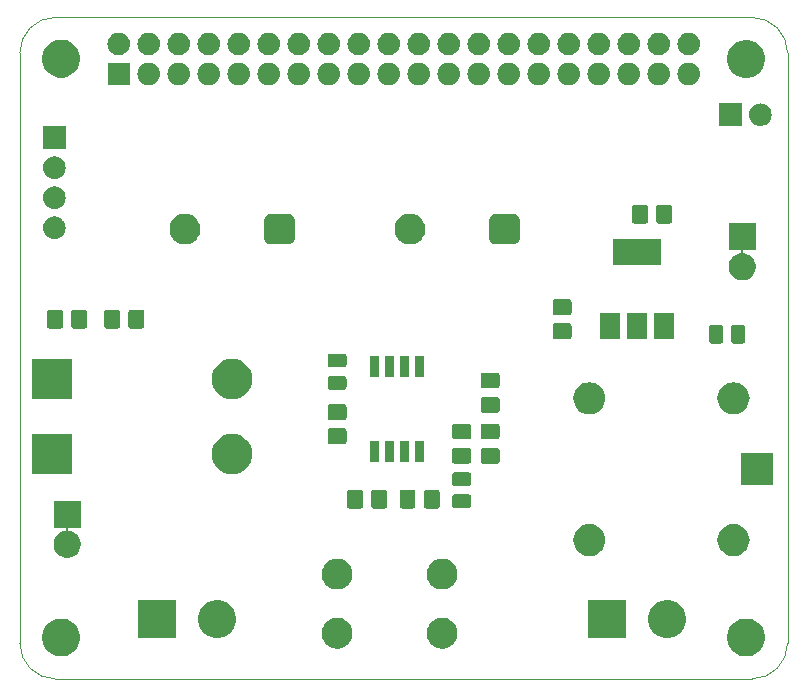
<source format=gbr>
%TF.GenerationSoftware,KiCad,Pcbnew,5.1.4-e60b266~84~ubuntu18.04.1*%
%TF.CreationDate,2019-11-04T19:33:46+01:00*%
%TF.ProjectId,FHSHat,46485348-6174-42e6-9b69-6361645f7063,rev?*%
%TF.SameCoordinates,Original*%
%TF.FileFunction,Soldermask,Top*%
%TF.FilePolarity,Negative*%
%FSLAX46Y46*%
G04 Gerber Fmt 4.6, Leading zero omitted, Abs format (unit mm)*
G04 Created by KiCad (PCBNEW 5.1.4-e60b266~84~ubuntu18.04.1) date 2019-11-04 19:33:46*
%MOMM*%
%LPD*%
G04 APERTURE LIST*
%ADD10C,0.100000*%
%ADD11C,0.150000*%
G04 APERTURE END LIST*
D10*
X78546356Y-63817611D02*
X78546356Y-113817611D01*
X78546356Y-63817611D02*
G75*
G02X81546356Y-60817611I3000000J0D01*
G01*
X140546356Y-60817611D02*
X81546356Y-60817611D01*
X140546356Y-60817611D02*
G75*
G02X143546356Y-63817611I0J-3000000D01*
G01*
X143546356Y-113817611D02*
X143546356Y-63817611D01*
X81546356Y-116817611D02*
G75*
G02X78546356Y-113817611I0J3000000D01*
G01*
X81546356Y-116817611D02*
X140546356Y-116817611D01*
X143546351Y-113822847D02*
G75*
G02X140546356Y-116817611I-2999995J5236D01*
G01*
D11*
G36*
X82506703Y-111781486D02*
G01*
X82797883Y-111902097D01*
X83059940Y-112077198D01*
X83282802Y-112300060D01*
X83457903Y-112562117D01*
X83578514Y-112853297D01*
X83640000Y-113162412D01*
X83640000Y-113477588D01*
X83578514Y-113786703D01*
X83457903Y-114077883D01*
X83282802Y-114339940D01*
X83059940Y-114562802D01*
X82797883Y-114737903D01*
X82506703Y-114858514D01*
X82197588Y-114920000D01*
X81882412Y-114920000D01*
X81573297Y-114858514D01*
X81282117Y-114737903D01*
X81020060Y-114562802D01*
X80797198Y-114339940D01*
X80622097Y-114077883D01*
X80501486Y-113786703D01*
X80440000Y-113477588D01*
X80440000Y-113162412D01*
X80501486Y-112853297D01*
X80622097Y-112562117D01*
X80797198Y-112300060D01*
X81020060Y-112077198D01*
X81282117Y-111902097D01*
X81573297Y-111781486D01*
X81882412Y-111720000D01*
X82197588Y-111720000D01*
X82506703Y-111781486D01*
X82506703Y-111781486D01*
G37*
G36*
X140496703Y-111771486D02*
G01*
X140787883Y-111892097D01*
X141049940Y-112067198D01*
X141272802Y-112290060D01*
X141447903Y-112552117D01*
X141568514Y-112843297D01*
X141630000Y-113152412D01*
X141630000Y-113467588D01*
X141568514Y-113776703D01*
X141447903Y-114067883D01*
X141272802Y-114329940D01*
X141049940Y-114552802D01*
X140787883Y-114727903D01*
X140496703Y-114848514D01*
X140187588Y-114910000D01*
X139872412Y-114910000D01*
X139563297Y-114848514D01*
X139272117Y-114727903D01*
X139010060Y-114552802D01*
X138787198Y-114329940D01*
X138612097Y-114067883D01*
X138491486Y-113776703D01*
X138430000Y-113467588D01*
X138430000Y-113152412D01*
X138491486Y-112843297D01*
X138612097Y-112552117D01*
X138787198Y-112290060D01*
X139010060Y-112067198D01*
X139272117Y-111892097D01*
X139563297Y-111771486D01*
X139872412Y-111710000D01*
X140187588Y-111710000D01*
X140496703Y-111771486D01*
X140496703Y-111771486D01*
G37*
G36*
X114553617Y-111674979D02*
G01*
X114679196Y-111699958D01*
X114846486Y-111769252D01*
X114876022Y-111781486D01*
X114915781Y-111797955D01*
X115128702Y-111940224D01*
X115309776Y-112121298D01*
X115452045Y-112334219D01*
X115550042Y-112570804D01*
X115600000Y-112821961D01*
X115600000Y-113078039D01*
X115550042Y-113329196D01*
X115452045Y-113565781D01*
X115309776Y-113778702D01*
X115128702Y-113959776D01*
X114915781Y-114102045D01*
X114679196Y-114200042D01*
X114553617Y-114225021D01*
X114428040Y-114250000D01*
X114171960Y-114250000D01*
X114046383Y-114225021D01*
X113920804Y-114200042D01*
X113684219Y-114102045D01*
X113471298Y-113959776D01*
X113290224Y-113778702D01*
X113147955Y-113565781D01*
X113049958Y-113329196D01*
X113000000Y-113078039D01*
X113000000Y-112821961D01*
X113049958Y-112570804D01*
X113147955Y-112334219D01*
X113290224Y-112121298D01*
X113471298Y-111940224D01*
X113684219Y-111797955D01*
X113723979Y-111781486D01*
X113753514Y-111769252D01*
X113920804Y-111699958D01*
X114046383Y-111674979D01*
X114171960Y-111650000D01*
X114428040Y-111650000D01*
X114553617Y-111674979D01*
X114553617Y-111674979D01*
G37*
G36*
X105663617Y-111674979D02*
G01*
X105789196Y-111699958D01*
X105956486Y-111769252D01*
X105986022Y-111781486D01*
X106025781Y-111797955D01*
X106238702Y-111940224D01*
X106419776Y-112121298D01*
X106562045Y-112334219D01*
X106660042Y-112570804D01*
X106710000Y-112821961D01*
X106710000Y-113078039D01*
X106660042Y-113329196D01*
X106562045Y-113565781D01*
X106419776Y-113778702D01*
X106238702Y-113959776D01*
X106025781Y-114102045D01*
X105789196Y-114200042D01*
X105663617Y-114225021D01*
X105538040Y-114250000D01*
X105281960Y-114250000D01*
X105156383Y-114225021D01*
X105030804Y-114200042D01*
X104794219Y-114102045D01*
X104581298Y-113959776D01*
X104400224Y-113778702D01*
X104257955Y-113565781D01*
X104159958Y-113329196D01*
X104110000Y-113078039D01*
X104110000Y-112821961D01*
X104159958Y-112570804D01*
X104257955Y-112334219D01*
X104400224Y-112121298D01*
X104581298Y-111940224D01*
X104794219Y-111797955D01*
X104833979Y-111781486D01*
X104863514Y-111769252D01*
X105030804Y-111699958D01*
X105156383Y-111674979D01*
X105281960Y-111650000D01*
X105538040Y-111650000D01*
X105663617Y-111674979D01*
X105663617Y-111674979D01*
G37*
G36*
X129870000Y-113360000D02*
G01*
X126670000Y-113360000D01*
X126670000Y-110160000D01*
X129870000Y-110160000D01*
X129870000Y-113360000D01*
X129870000Y-113360000D01*
G37*
G36*
X95716703Y-110221486D02*
G01*
X96007883Y-110342097D01*
X96269940Y-110517198D01*
X96492802Y-110740060D01*
X96667903Y-111002117D01*
X96788514Y-111293297D01*
X96850000Y-111602412D01*
X96850000Y-111917588D01*
X96788514Y-112226703D01*
X96667903Y-112517883D01*
X96492802Y-112779940D01*
X96269940Y-113002802D01*
X96007883Y-113177903D01*
X95716703Y-113298514D01*
X95407588Y-113360000D01*
X95092412Y-113360000D01*
X94783297Y-113298514D01*
X94492117Y-113177903D01*
X94230060Y-113002802D01*
X94007198Y-112779940D01*
X93832097Y-112517883D01*
X93711486Y-112226703D01*
X93650000Y-111917588D01*
X93650000Y-111602412D01*
X93711486Y-111293297D01*
X93832097Y-111002117D01*
X94007198Y-110740060D01*
X94230060Y-110517198D01*
X94492117Y-110342097D01*
X94783297Y-110221486D01*
X95092412Y-110160000D01*
X95407588Y-110160000D01*
X95716703Y-110221486D01*
X95716703Y-110221486D01*
G37*
G36*
X91770000Y-113360000D02*
G01*
X88570000Y-113360000D01*
X88570000Y-110160000D01*
X91770000Y-110160000D01*
X91770000Y-113360000D01*
X91770000Y-113360000D01*
G37*
G36*
X133816703Y-110221486D02*
G01*
X134107883Y-110342097D01*
X134369940Y-110517198D01*
X134592802Y-110740060D01*
X134767903Y-111002117D01*
X134888514Y-111293297D01*
X134950000Y-111602412D01*
X134950000Y-111917588D01*
X134888514Y-112226703D01*
X134767903Y-112517883D01*
X134592802Y-112779940D01*
X134369940Y-113002802D01*
X134107883Y-113177903D01*
X133816703Y-113298514D01*
X133507588Y-113360000D01*
X133192412Y-113360000D01*
X132883297Y-113298514D01*
X132592117Y-113177903D01*
X132330060Y-113002802D01*
X132107198Y-112779940D01*
X131932097Y-112517883D01*
X131811486Y-112226703D01*
X131750000Y-111917588D01*
X131750000Y-111602412D01*
X131811486Y-111293297D01*
X131932097Y-111002117D01*
X132107198Y-110740060D01*
X132330060Y-110517198D01*
X132592117Y-110342097D01*
X132883297Y-110221486D01*
X133192412Y-110160000D01*
X133507588Y-110160000D01*
X133816703Y-110221486D01*
X133816703Y-110221486D01*
G37*
G36*
X105789196Y-106699958D02*
G01*
X106025781Y-106797955D01*
X106238702Y-106940224D01*
X106419776Y-107121298D01*
X106562045Y-107334219D01*
X106660042Y-107570804D01*
X106710000Y-107821961D01*
X106710000Y-108078039D01*
X106660042Y-108329196D01*
X106562045Y-108565781D01*
X106419776Y-108778702D01*
X106238702Y-108959776D01*
X106025781Y-109102045D01*
X105789196Y-109200042D01*
X105538040Y-109250000D01*
X105281960Y-109250000D01*
X105030804Y-109200042D01*
X104794219Y-109102045D01*
X104581298Y-108959776D01*
X104400224Y-108778702D01*
X104257955Y-108565781D01*
X104159958Y-108329196D01*
X104110000Y-108078039D01*
X104110000Y-107821961D01*
X104159958Y-107570804D01*
X104257955Y-107334219D01*
X104400224Y-107121298D01*
X104581298Y-106940224D01*
X104794219Y-106797955D01*
X105030804Y-106699958D01*
X105281960Y-106650000D01*
X105538040Y-106650000D01*
X105789196Y-106699958D01*
X105789196Y-106699958D01*
G37*
G36*
X114679196Y-106699958D02*
G01*
X114915781Y-106797955D01*
X115128702Y-106940224D01*
X115309776Y-107121298D01*
X115452045Y-107334219D01*
X115550042Y-107570804D01*
X115600000Y-107821961D01*
X115600000Y-108078039D01*
X115550042Y-108329196D01*
X115452045Y-108565781D01*
X115309776Y-108778702D01*
X115128702Y-108959776D01*
X114915781Y-109102045D01*
X114679196Y-109200042D01*
X114428040Y-109250000D01*
X114171960Y-109250000D01*
X113920804Y-109200042D01*
X113684219Y-109102045D01*
X113471298Y-108959776D01*
X113290224Y-108778702D01*
X113147955Y-108565781D01*
X113049958Y-108329196D01*
X113000000Y-108078039D01*
X113000000Y-107821961D01*
X113049958Y-107570804D01*
X113147955Y-107334219D01*
X113290224Y-107121298D01*
X113471298Y-106940224D01*
X113684219Y-106797955D01*
X113920804Y-106699958D01*
X114171960Y-106650000D01*
X114428040Y-106650000D01*
X114679196Y-106699958D01*
X114679196Y-106699958D01*
G37*
G36*
X83700000Y-104020000D02*
G01*
X82725839Y-104020000D01*
X82701453Y-104022402D01*
X82678004Y-104029515D01*
X82656393Y-104041066D01*
X82637451Y-104056611D01*
X82621906Y-104075553D01*
X82610355Y-104097164D01*
X82603242Y-104120613D01*
X82600840Y-104144999D01*
X82603242Y-104169385D01*
X82610355Y-104192834D01*
X82621906Y-104214445D01*
X82637451Y-104233387D01*
X82656393Y-104248932D01*
X82678004Y-104260483D01*
X82701454Y-104267596D01*
X82885443Y-104304194D01*
X83094729Y-104390884D01*
X83283082Y-104516737D01*
X83443263Y-104676918D01*
X83569116Y-104865271D01*
X83655806Y-105074557D01*
X83700000Y-105296735D01*
X83700000Y-105523265D01*
X83655806Y-105745443D01*
X83569116Y-105954729D01*
X83443263Y-106143082D01*
X83283082Y-106303263D01*
X83094729Y-106429116D01*
X82885443Y-106515806D01*
X82737324Y-106545269D01*
X82663266Y-106560000D01*
X82436734Y-106560000D01*
X82362676Y-106545269D01*
X82214557Y-106515806D01*
X82005271Y-106429116D01*
X81816918Y-106303263D01*
X81656737Y-106143082D01*
X81530884Y-105954729D01*
X81444194Y-105745443D01*
X81400000Y-105523265D01*
X81400000Y-105296735D01*
X81444194Y-105074557D01*
X81530884Y-104865271D01*
X81656737Y-104676918D01*
X81816918Y-104516737D01*
X82005271Y-104390884D01*
X82214557Y-104304194D01*
X82398546Y-104267596D01*
X82421996Y-104260483D01*
X82443607Y-104248932D01*
X82462549Y-104233386D01*
X82478094Y-104214444D01*
X82489645Y-104192834D01*
X82496758Y-104169385D01*
X82499160Y-104144999D01*
X82496758Y-104120613D01*
X82489645Y-104097164D01*
X82478094Y-104075553D01*
X82462548Y-104056611D01*
X82443606Y-104041066D01*
X82421996Y-104029515D01*
X82398547Y-104022402D01*
X82374161Y-104020000D01*
X81400000Y-104020000D01*
X81400000Y-101720000D01*
X83700000Y-101720000D01*
X83700000Y-104020000D01*
X83700000Y-104020000D01*
G37*
G36*
X139234646Y-103729533D02*
G01*
X139489122Y-103806728D01*
X139723649Y-103932085D01*
X139929213Y-104100787D01*
X140097915Y-104306351D01*
X140223272Y-104540878D01*
X140300467Y-104795354D01*
X140326532Y-105060000D01*
X140300467Y-105324646D01*
X140223272Y-105579122D01*
X140097915Y-105813649D01*
X139929213Y-106019213D01*
X139723649Y-106187915D01*
X139489122Y-106313272D01*
X139234646Y-106390467D01*
X139036321Y-106410000D01*
X138903679Y-106410000D01*
X138705354Y-106390467D01*
X138450878Y-106313272D01*
X138216351Y-106187915D01*
X138010787Y-106019213D01*
X137842085Y-105813649D01*
X137716728Y-105579122D01*
X137639533Y-105324646D01*
X137613468Y-105060000D01*
X137639533Y-104795354D01*
X137716728Y-104540878D01*
X137842085Y-104306351D01*
X138010787Y-104100787D01*
X138216351Y-103932085D01*
X138450878Y-103806728D01*
X138705354Y-103729533D01*
X138903679Y-103710000D01*
X139036321Y-103710000D01*
X139234646Y-103729533D01*
X139234646Y-103729533D01*
G37*
G36*
X127034646Y-103729533D02*
G01*
X127289122Y-103806728D01*
X127523649Y-103932085D01*
X127729213Y-104100787D01*
X127897915Y-104306351D01*
X128023272Y-104540878D01*
X128100467Y-104795354D01*
X128126532Y-105060000D01*
X128100467Y-105324646D01*
X128023272Y-105579122D01*
X127897915Y-105813649D01*
X127729213Y-106019213D01*
X127523649Y-106187915D01*
X127289122Y-106313272D01*
X127034646Y-106390467D01*
X126836321Y-106410000D01*
X126703679Y-106410000D01*
X126505354Y-106390467D01*
X126250878Y-106313272D01*
X126016351Y-106187915D01*
X125810787Y-106019213D01*
X125642085Y-105813649D01*
X125516728Y-105579122D01*
X125439533Y-105324646D01*
X125413468Y-105060000D01*
X125439533Y-104795354D01*
X125516728Y-104540878D01*
X125642085Y-104306351D01*
X125810787Y-104100787D01*
X126016351Y-103932085D01*
X126250878Y-103806728D01*
X126505354Y-103729533D01*
X126703679Y-103710000D01*
X126836321Y-103710000D01*
X127034646Y-103729533D01*
X127034646Y-103729533D01*
G37*
G36*
X113915527Y-100804874D02*
G01*
X113957214Y-100817520D01*
X113995632Y-100838055D01*
X114029308Y-100865692D01*
X114056945Y-100899368D01*
X114077480Y-100937786D01*
X114090126Y-100979473D01*
X114095000Y-101028964D01*
X114095000Y-102171036D01*
X114090126Y-102220527D01*
X114077480Y-102262214D01*
X114056945Y-102300632D01*
X114029308Y-102334308D01*
X113995632Y-102361945D01*
X113957214Y-102382480D01*
X113915527Y-102395126D01*
X113866036Y-102400000D01*
X112973964Y-102400000D01*
X112924473Y-102395126D01*
X112882786Y-102382480D01*
X112844368Y-102361945D01*
X112810692Y-102334308D01*
X112783055Y-102300632D01*
X112762520Y-102262214D01*
X112749874Y-102220527D01*
X112745000Y-102171036D01*
X112745000Y-101028964D01*
X112749874Y-100979473D01*
X112762520Y-100937786D01*
X112783055Y-100899368D01*
X112810692Y-100865692D01*
X112844368Y-100838055D01*
X112882786Y-100817520D01*
X112924473Y-100804874D01*
X112973964Y-100800000D01*
X113866036Y-100800000D01*
X113915527Y-100804874D01*
X113915527Y-100804874D01*
G37*
G36*
X111865527Y-100804874D02*
G01*
X111907214Y-100817520D01*
X111945632Y-100838055D01*
X111979308Y-100865692D01*
X112006945Y-100899368D01*
X112027480Y-100937786D01*
X112040126Y-100979473D01*
X112045000Y-101028964D01*
X112045000Y-102171036D01*
X112040126Y-102220527D01*
X112027480Y-102262214D01*
X112006945Y-102300632D01*
X111979308Y-102334308D01*
X111945632Y-102361945D01*
X111907214Y-102382480D01*
X111865527Y-102395126D01*
X111816036Y-102400000D01*
X110923964Y-102400000D01*
X110874473Y-102395126D01*
X110832786Y-102382480D01*
X110794368Y-102361945D01*
X110760692Y-102334308D01*
X110733055Y-102300632D01*
X110712520Y-102262214D01*
X110699874Y-102220527D01*
X110695000Y-102171036D01*
X110695000Y-101028964D01*
X110699874Y-100979473D01*
X110712520Y-100937786D01*
X110733055Y-100899368D01*
X110760692Y-100865692D01*
X110794368Y-100838055D01*
X110832786Y-100817520D01*
X110874473Y-100804874D01*
X110923964Y-100800000D01*
X111816036Y-100800000D01*
X111865527Y-100804874D01*
X111865527Y-100804874D01*
G37*
G36*
X107420527Y-100804874D02*
G01*
X107462214Y-100817520D01*
X107500632Y-100838055D01*
X107534308Y-100865692D01*
X107561945Y-100899368D01*
X107582480Y-100937786D01*
X107595126Y-100979473D01*
X107600000Y-101028964D01*
X107600000Y-102171036D01*
X107595126Y-102220527D01*
X107582480Y-102262214D01*
X107561945Y-102300632D01*
X107534308Y-102334308D01*
X107500632Y-102361945D01*
X107462214Y-102382480D01*
X107420527Y-102395126D01*
X107371036Y-102400000D01*
X106478964Y-102400000D01*
X106429473Y-102395126D01*
X106387786Y-102382480D01*
X106349368Y-102361945D01*
X106315692Y-102334308D01*
X106288055Y-102300632D01*
X106267520Y-102262214D01*
X106254874Y-102220527D01*
X106250000Y-102171036D01*
X106250000Y-101028964D01*
X106254874Y-100979473D01*
X106267520Y-100937786D01*
X106288055Y-100899368D01*
X106315692Y-100865692D01*
X106349368Y-100838055D01*
X106387786Y-100817520D01*
X106429473Y-100804874D01*
X106478964Y-100800000D01*
X107371036Y-100800000D01*
X107420527Y-100804874D01*
X107420527Y-100804874D01*
G37*
G36*
X109470527Y-100804874D02*
G01*
X109512214Y-100817520D01*
X109550632Y-100838055D01*
X109584308Y-100865692D01*
X109611945Y-100899368D01*
X109632480Y-100937786D01*
X109645126Y-100979473D01*
X109650000Y-101028964D01*
X109650000Y-102171036D01*
X109645126Y-102220527D01*
X109632480Y-102262214D01*
X109611945Y-102300632D01*
X109584308Y-102334308D01*
X109550632Y-102361945D01*
X109512214Y-102382480D01*
X109470527Y-102395126D01*
X109421036Y-102400000D01*
X108528964Y-102400000D01*
X108479473Y-102395126D01*
X108437786Y-102382480D01*
X108399368Y-102361945D01*
X108365692Y-102334308D01*
X108338055Y-102300632D01*
X108317520Y-102262214D01*
X108304874Y-102220527D01*
X108300000Y-102171036D01*
X108300000Y-101028964D01*
X108304874Y-100979473D01*
X108317520Y-100937786D01*
X108338055Y-100899368D01*
X108365692Y-100865692D01*
X108399368Y-100838055D01*
X108437786Y-100817520D01*
X108479473Y-100804874D01*
X108528964Y-100800000D01*
X109421036Y-100800000D01*
X109470527Y-100804874D01*
X109470527Y-100804874D01*
G37*
G36*
X116564748Y-101193036D02*
G01*
X116608011Y-101206160D01*
X116647890Y-101227476D01*
X116682841Y-101256159D01*
X116711524Y-101291110D01*
X116732840Y-101330989D01*
X116745964Y-101374252D01*
X116751000Y-101425390D01*
X116751000Y-102125610D01*
X116745964Y-102176748D01*
X116732840Y-102220011D01*
X116711524Y-102259890D01*
X116682841Y-102294841D01*
X116647890Y-102323524D01*
X116608011Y-102344840D01*
X116564748Y-102357964D01*
X116513610Y-102363000D01*
X115388390Y-102363000D01*
X115337252Y-102357964D01*
X115293989Y-102344840D01*
X115254110Y-102323524D01*
X115219159Y-102294841D01*
X115190476Y-102259890D01*
X115169160Y-102220011D01*
X115156036Y-102176748D01*
X115151000Y-102125610D01*
X115151000Y-101425390D01*
X115156036Y-101374252D01*
X115169160Y-101330989D01*
X115190476Y-101291110D01*
X115219159Y-101256159D01*
X115254110Y-101227476D01*
X115293989Y-101206160D01*
X115337252Y-101193036D01*
X115388390Y-101188000D01*
X116513610Y-101188000D01*
X116564748Y-101193036D01*
X116564748Y-101193036D01*
G37*
G36*
X116564748Y-99318036D02*
G01*
X116608011Y-99331160D01*
X116647890Y-99352476D01*
X116682841Y-99381159D01*
X116711524Y-99416110D01*
X116732840Y-99455989D01*
X116745964Y-99499252D01*
X116751000Y-99550390D01*
X116751000Y-100250610D01*
X116745964Y-100301748D01*
X116732840Y-100345011D01*
X116711524Y-100384890D01*
X116682841Y-100419841D01*
X116647890Y-100448524D01*
X116608011Y-100469840D01*
X116564748Y-100482964D01*
X116513610Y-100488000D01*
X115388390Y-100488000D01*
X115337252Y-100482964D01*
X115293989Y-100469840D01*
X115254110Y-100448524D01*
X115219159Y-100419841D01*
X115190476Y-100384890D01*
X115169160Y-100345011D01*
X115156036Y-100301748D01*
X115151000Y-100250610D01*
X115151000Y-99550390D01*
X115156036Y-99499252D01*
X115169160Y-99455989D01*
X115190476Y-99416110D01*
X115219159Y-99381159D01*
X115254110Y-99352476D01*
X115293989Y-99331160D01*
X115337252Y-99318036D01*
X115388390Y-99313000D01*
X116513610Y-99313000D01*
X116564748Y-99318036D01*
X116564748Y-99318036D01*
G37*
G36*
X142320000Y-100410000D02*
G01*
X139620000Y-100410000D01*
X139620000Y-97710000D01*
X142320000Y-97710000D01*
X142320000Y-100410000D01*
X142320000Y-100410000D01*
G37*
G36*
X82980000Y-99490000D02*
G01*
X79580000Y-99490000D01*
X79580000Y-96090000D01*
X82980000Y-96090000D01*
X82980000Y-99490000D01*
X82980000Y-99490000D01*
G37*
G36*
X96686759Y-96098199D02*
G01*
X96853258Y-96114598D01*
X97173709Y-96211806D01*
X97173712Y-96211807D01*
X97469035Y-96369660D01*
X97469038Y-96369662D01*
X97469039Y-96369663D01*
X97727897Y-96582103D01*
X97827671Y-96703677D01*
X97940340Y-96840965D01*
X98098193Y-97136288D01*
X98098194Y-97136291D01*
X98195402Y-97456742D01*
X98228225Y-97790000D01*
X98195402Y-98123258D01*
X98113004Y-98394886D01*
X98098193Y-98443712D01*
X97940340Y-98739035D01*
X97727897Y-98997897D01*
X97469035Y-99210340D01*
X97173712Y-99368193D01*
X97173709Y-99368194D01*
X96853258Y-99465402D01*
X96686759Y-99481801D01*
X96603511Y-99490000D01*
X96436489Y-99490000D01*
X96353241Y-99481801D01*
X96186742Y-99465402D01*
X95866291Y-99368194D01*
X95866288Y-99368193D01*
X95570965Y-99210340D01*
X95312103Y-98997897D01*
X95099660Y-98739035D01*
X94941807Y-98443712D01*
X94926996Y-98394886D01*
X94844598Y-98123258D01*
X94811775Y-97790000D01*
X94844598Y-97456742D01*
X94941806Y-97136291D01*
X94941807Y-97136288D01*
X95099660Y-96840965D01*
X95212330Y-96703677D01*
X95312103Y-96582103D01*
X95570961Y-96369663D01*
X95570962Y-96369662D01*
X95570965Y-96369660D01*
X95866288Y-96211807D01*
X95866291Y-96211806D01*
X96186742Y-96114598D01*
X96353241Y-96098199D01*
X96436489Y-96090000D01*
X96603511Y-96090000D01*
X96686759Y-96098199D01*
X96686759Y-96098199D01*
G37*
G36*
X118984527Y-97255874D02*
G01*
X119026214Y-97268520D01*
X119064632Y-97289055D01*
X119098308Y-97316692D01*
X119125945Y-97350368D01*
X119146480Y-97388786D01*
X119159126Y-97430473D01*
X119164000Y-97479964D01*
X119164000Y-98372036D01*
X119159126Y-98421527D01*
X119146480Y-98463214D01*
X119125945Y-98501632D01*
X119098308Y-98535308D01*
X119064632Y-98562945D01*
X119026214Y-98583480D01*
X118984527Y-98596126D01*
X118935036Y-98601000D01*
X117792964Y-98601000D01*
X117743473Y-98596126D01*
X117701786Y-98583480D01*
X117663368Y-98562945D01*
X117629692Y-98535308D01*
X117602055Y-98501632D01*
X117581520Y-98463214D01*
X117568874Y-98421527D01*
X117564000Y-98372036D01*
X117564000Y-97479964D01*
X117568874Y-97430473D01*
X117581520Y-97388786D01*
X117602055Y-97350368D01*
X117629692Y-97316692D01*
X117663368Y-97289055D01*
X117701786Y-97268520D01*
X117743473Y-97255874D01*
X117792964Y-97251000D01*
X118935036Y-97251000D01*
X118984527Y-97255874D01*
X118984527Y-97255874D01*
G37*
G36*
X116571527Y-97255874D02*
G01*
X116613214Y-97268520D01*
X116651632Y-97289055D01*
X116685308Y-97316692D01*
X116712945Y-97350368D01*
X116733480Y-97388786D01*
X116746126Y-97430473D01*
X116751000Y-97479964D01*
X116751000Y-98372036D01*
X116746126Y-98421527D01*
X116733480Y-98463214D01*
X116712945Y-98501632D01*
X116685308Y-98535308D01*
X116651632Y-98562945D01*
X116613214Y-98583480D01*
X116571527Y-98596126D01*
X116522036Y-98601000D01*
X115379964Y-98601000D01*
X115330473Y-98596126D01*
X115288786Y-98583480D01*
X115250368Y-98562945D01*
X115216692Y-98535308D01*
X115189055Y-98501632D01*
X115168520Y-98463214D01*
X115155874Y-98421527D01*
X115151000Y-98372036D01*
X115151000Y-97479964D01*
X115155874Y-97430473D01*
X115168520Y-97388786D01*
X115189055Y-97350368D01*
X115216692Y-97316692D01*
X115250368Y-97289055D01*
X115288786Y-97268520D01*
X115330473Y-97255874D01*
X115379964Y-97251000D01*
X116522036Y-97251000D01*
X116571527Y-97255874D01*
X116571527Y-97255874D01*
G37*
G36*
X110144208Y-96683235D02*
G01*
X110169886Y-96691025D01*
X110193557Y-96703677D01*
X110214300Y-96720700D01*
X110231323Y-96741443D01*
X110243975Y-96765114D01*
X110251765Y-96790792D01*
X110255000Y-96823640D01*
X110255000Y-98336360D01*
X110251765Y-98369208D01*
X110243975Y-98394886D01*
X110231323Y-98418557D01*
X110214300Y-98439300D01*
X110193557Y-98456323D01*
X110169886Y-98468975D01*
X110144208Y-98476765D01*
X110111360Y-98480000D01*
X109598640Y-98480000D01*
X109565792Y-98476765D01*
X109540114Y-98468975D01*
X109516443Y-98456323D01*
X109495700Y-98439300D01*
X109478677Y-98418557D01*
X109466025Y-98394886D01*
X109458235Y-98369208D01*
X109455000Y-98336360D01*
X109455000Y-96823640D01*
X109458235Y-96790792D01*
X109466025Y-96765114D01*
X109478677Y-96741443D01*
X109495700Y-96720700D01*
X109516443Y-96703677D01*
X109540114Y-96691025D01*
X109565792Y-96683235D01*
X109598640Y-96680000D01*
X110111360Y-96680000D01*
X110144208Y-96683235D01*
X110144208Y-96683235D01*
G37*
G36*
X111414208Y-96683235D02*
G01*
X111439886Y-96691025D01*
X111463557Y-96703677D01*
X111484300Y-96720700D01*
X111501323Y-96741443D01*
X111513975Y-96765114D01*
X111521765Y-96790792D01*
X111525000Y-96823640D01*
X111525000Y-98336360D01*
X111521765Y-98369208D01*
X111513975Y-98394886D01*
X111501323Y-98418557D01*
X111484300Y-98439300D01*
X111463557Y-98456323D01*
X111439886Y-98468975D01*
X111414208Y-98476765D01*
X111381360Y-98480000D01*
X110868640Y-98480000D01*
X110835792Y-98476765D01*
X110810114Y-98468975D01*
X110786443Y-98456323D01*
X110765700Y-98439300D01*
X110748677Y-98418557D01*
X110736025Y-98394886D01*
X110728235Y-98369208D01*
X110725000Y-98336360D01*
X110725000Y-96823640D01*
X110728235Y-96790792D01*
X110736025Y-96765114D01*
X110748677Y-96741443D01*
X110765700Y-96720700D01*
X110786443Y-96703677D01*
X110810114Y-96691025D01*
X110835792Y-96683235D01*
X110868640Y-96680000D01*
X111381360Y-96680000D01*
X111414208Y-96683235D01*
X111414208Y-96683235D01*
G37*
G36*
X112684208Y-96683235D02*
G01*
X112709886Y-96691025D01*
X112733557Y-96703677D01*
X112754300Y-96720700D01*
X112771323Y-96741443D01*
X112783975Y-96765114D01*
X112791765Y-96790792D01*
X112795000Y-96823640D01*
X112795000Y-98336360D01*
X112791765Y-98369208D01*
X112783975Y-98394886D01*
X112771323Y-98418557D01*
X112754300Y-98439300D01*
X112733557Y-98456323D01*
X112709886Y-98468975D01*
X112684208Y-98476765D01*
X112651360Y-98480000D01*
X112138640Y-98480000D01*
X112105792Y-98476765D01*
X112080114Y-98468975D01*
X112056443Y-98456323D01*
X112035700Y-98439300D01*
X112018677Y-98418557D01*
X112006025Y-98394886D01*
X111998235Y-98369208D01*
X111995000Y-98336360D01*
X111995000Y-96823640D01*
X111998235Y-96790792D01*
X112006025Y-96765114D01*
X112018677Y-96741443D01*
X112035700Y-96720700D01*
X112056443Y-96703677D01*
X112080114Y-96691025D01*
X112105792Y-96683235D01*
X112138640Y-96680000D01*
X112651360Y-96680000D01*
X112684208Y-96683235D01*
X112684208Y-96683235D01*
G37*
G36*
X108874208Y-96683235D02*
G01*
X108899886Y-96691025D01*
X108923557Y-96703677D01*
X108944300Y-96720700D01*
X108961323Y-96741443D01*
X108973975Y-96765114D01*
X108981765Y-96790792D01*
X108985000Y-96823640D01*
X108985000Y-98336360D01*
X108981765Y-98369208D01*
X108973975Y-98394886D01*
X108961323Y-98418557D01*
X108944300Y-98439300D01*
X108923557Y-98456323D01*
X108899886Y-98468975D01*
X108874208Y-98476765D01*
X108841360Y-98480000D01*
X108328640Y-98480000D01*
X108295792Y-98476765D01*
X108270114Y-98468975D01*
X108246443Y-98456323D01*
X108225700Y-98439300D01*
X108208677Y-98418557D01*
X108196025Y-98394886D01*
X108188235Y-98369208D01*
X108185000Y-98336360D01*
X108185000Y-96823640D01*
X108188235Y-96790792D01*
X108196025Y-96765114D01*
X108208677Y-96741443D01*
X108225700Y-96720700D01*
X108246443Y-96703677D01*
X108270114Y-96691025D01*
X108295792Y-96683235D01*
X108328640Y-96680000D01*
X108841360Y-96680000D01*
X108874208Y-96683235D01*
X108874208Y-96683235D01*
G37*
G36*
X106030527Y-95604874D02*
G01*
X106072214Y-95617520D01*
X106110632Y-95638055D01*
X106144308Y-95665692D01*
X106171945Y-95699368D01*
X106192480Y-95737786D01*
X106205126Y-95779473D01*
X106210000Y-95828964D01*
X106210000Y-96721036D01*
X106205126Y-96770527D01*
X106192480Y-96812214D01*
X106171945Y-96850632D01*
X106144308Y-96884308D01*
X106110632Y-96911945D01*
X106072214Y-96932480D01*
X106030527Y-96945126D01*
X105981036Y-96950000D01*
X104838964Y-96950000D01*
X104789473Y-96945126D01*
X104747786Y-96932480D01*
X104709368Y-96911945D01*
X104675692Y-96884308D01*
X104648055Y-96850632D01*
X104627520Y-96812214D01*
X104614874Y-96770527D01*
X104610000Y-96721036D01*
X104610000Y-95828964D01*
X104614874Y-95779473D01*
X104627520Y-95737786D01*
X104648055Y-95699368D01*
X104675692Y-95665692D01*
X104709368Y-95638055D01*
X104747786Y-95617520D01*
X104789473Y-95604874D01*
X104838964Y-95600000D01*
X105981036Y-95600000D01*
X106030527Y-95604874D01*
X106030527Y-95604874D01*
G37*
G36*
X116571527Y-95205874D02*
G01*
X116613214Y-95218520D01*
X116651632Y-95239055D01*
X116685308Y-95266692D01*
X116712945Y-95300368D01*
X116733480Y-95338786D01*
X116746126Y-95380473D01*
X116751000Y-95429964D01*
X116751000Y-96322036D01*
X116746126Y-96371527D01*
X116733480Y-96413214D01*
X116712945Y-96451632D01*
X116685308Y-96485308D01*
X116651632Y-96512945D01*
X116613214Y-96533480D01*
X116571527Y-96546126D01*
X116522036Y-96551000D01*
X115379964Y-96551000D01*
X115330473Y-96546126D01*
X115288786Y-96533480D01*
X115250368Y-96512945D01*
X115216692Y-96485308D01*
X115189055Y-96451632D01*
X115168520Y-96413214D01*
X115155874Y-96371527D01*
X115151000Y-96322036D01*
X115151000Y-95429964D01*
X115155874Y-95380473D01*
X115168520Y-95338786D01*
X115189055Y-95300368D01*
X115216692Y-95266692D01*
X115250368Y-95239055D01*
X115288786Y-95218520D01*
X115330473Y-95205874D01*
X115379964Y-95201000D01*
X116522036Y-95201000D01*
X116571527Y-95205874D01*
X116571527Y-95205874D01*
G37*
G36*
X118984527Y-95205874D02*
G01*
X119026214Y-95218520D01*
X119064632Y-95239055D01*
X119098308Y-95266692D01*
X119125945Y-95300368D01*
X119146480Y-95338786D01*
X119159126Y-95380473D01*
X119164000Y-95429964D01*
X119164000Y-96322036D01*
X119159126Y-96371527D01*
X119146480Y-96413214D01*
X119125945Y-96451632D01*
X119098308Y-96485308D01*
X119064632Y-96512945D01*
X119026214Y-96533480D01*
X118984527Y-96546126D01*
X118935036Y-96551000D01*
X117792964Y-96551000D01*
X117743473Y-96546126D01*
X117701786Y-96533480D01*
X117663368Y-96512945D01*
X117629692Y-96485308D01*
X117602055Y-96451632D01*
X117581520Y-96413214D01*
X117568874Y-96371527D01*
X117564000Y-96322036D01*
X117564000Y-95429964D01*
X117568874Y-95380473D01*
X117581520Y-95338786D01*
X117602055Y-95300368D01*
X117629692Y-95266692D01*
X117663368Y-95239055D01*
X117701786Y-95218520D01*
X117743473Y-95205874D01*
X117792964Y-95201000D01*
X118935036Y-95201000D01*
X118984527Y-95205874D01*
X118984527Y-95205874D01*
G37*
G36*
X106030527Y-93554874D02*
G01*
X106072214Y-93567520D01*
X106110632Y-93588055D01*
X106144308Y-93615692D01*
X106171945Y-93649368D01*
X106192480Y-93687786D01*
X106205126Y-93729473D01*
X106210000Y-93778964D01*
X106210000Y-94671036D01*
X106205126Y-94720527D01*
X106192480Y-94762214D01*
X106171945Y-94800632D01*
X106144308Y-94834308D01*
X106110632Y-94861945D01*
X106072214Y-94882480D01*
X106030527Y-94895126D01*
X105981036Y-94900000D01*
X104838964Y-94900000D01*
X104789473Y-94895126D01*
X104747786Y-94882480D01*
X104709368Y-94861945D01*
X104675692Y-94834308D01*
X104648055Y-94800632D01*
X104627520Y-94762214D01*
X104614874Y-94720527D01*
X104610000Y-94671036D01*
X104610000Y-93778964D01*
X104614874Y-93729473D01*
X104627520Y-93687786D01*
X104648055Y-93649368D01*
X104675692Y-93615692D01*
X104709368Y-93588055D01*
X104747786Y-93567520D01*
X104789473Y-93554874D01*
X104838964Y-93550000D01*
X105981036Y-93550000D01*
X106030527Y-93554874D01*
X106030527Y-93554874D01*
G37*
G36*
X127034646Y-91729533D02*
G01*
X127289122Y-91806728D01*
X127523649Y-91932085D01*
X127729213Y-92100787D01*
X127897915Y-92306351D01*
X128023272Y-92540878D01*
X128100467Y-92795354D01*
X128126532Y-93060000D01*
X128100467Y-93324646D01*
X128023272Y-93579122D01*
X127897915Y-93813649D01*
X127729213Y-94019213D01*
X127523649Y-94187915D01*
X127289122Y-94313272D01*
X127034646Y-94390467D01*
X126836321Y-94410000D01*
X126703679Y-94410000D01*
X126505354Y-94390467D01*
X126250878Y-94313272D01*
X126016351Y-94187915D01*
X125810787Y-94019213D01*
X125642085Y-93813649D01*
X125516728Y-93579122D01*
X125439533Y-93324646D01*
X125413468Y-93060000D01*
X125439533Y-92795354D01*
X125516728Y-92540878D01*
X125642085Y-92306351D01*
X125810787Y-92100787D01*
X126016351Y-91932085D01*
X126250878Y-91806728D01*
X126505354Y-91729533D01*
X126703679Y-91710000D01*
X126836321Y-91710000D01*
X127034646Y-91729533D01*
X127034646Y-91729533D01*
G37*
G36*
X139234646Y-91729533D02*
G01*
X139489122Y-91806728D01*
X139723649Y-91932085D01*
X139929213Y-92100787D01*
X140097915Y-92306351D01*
X140223272Y-92540878D01*
X140300467Y-92795354D01*
X140326532Y-93060000D01*
X140300467Y-93324646D01*
X140223272Y-93579122D01*
X140097915Y-93813649D01*
X139929213Y-94019213D01*
X139723649Y-94187915D01*
X139489122Y-94313272D01*
X139234646Y-94390467D01*
X139036321Y-94410000D01*
X138903679Y-94410000D01*
X138705354Y-94390467D01*
X138450878Y-94313272D01*
X138216351Y-94187915D01*
X138010787Y-94019213D01*
X137842085Y-93813649D01*
X137716728Y-93579122D01*
X137639533Y-93324646D01*
X137613468Y-93060000D01*
X137639533Y-92795354D01*
X137716728Y-92540878D01*
X137842085Y-92306351D01*
X138010787Y-92100787D01*
X138216351Y-91932085D01*
X138450878Y-91806728D01*
X138705354Y-91729533D01*
X138903679Y-91710000D01*
X139036321Y-91710000D01*
X139234646Y-91729533D01*
X139234646Y-91729533D01*
G37*
G36*
X118984527Y-92937874D02*
G01*
X119026214Y-92950520D01*
X119064632Y-92971055D01*
X119098308Y-92998692D01*
X119125945Y-93032368D01*
X119146480Y-93070786D01*
X119159126Y-93112473D01*
X119164000Y-93161964D01*
X119164000Y-94054036D01*
X119159126Y-94103527D01*
X119146480Y-94145214D01*
X119125945Y-94183632D01*
X119098308Y-94217308D01*
X119064632Y-94244945D01*
X119026214Y-94265480D01*
X118984527Y-94278126D01*
X118935036Y-94283000D01*
X117792964Y-94283000D01*
X117743473Y-94278126D01*
X117701786Y-94265480D01*
X117663368Y-94244945D01*
X117629692Y-94217308D01*
X117602055Y-94183632D01*
X117581520Y-94145214D01*
X117568874Y-94103527D01*
X117564000Y-94054036D01*
X117564000Y-93161964D01*
X117568874Y-93112473D01*
X117581520Y-93070786D01*
X117602055Y-93032368D01*
X117629692Y-92998692D01*
X117663368Y-92971055D01*
X117701786Y-92950520D01*
X117743473Y-92937874D01*
X117792964Y-92933000D01*
X118935036Y-92933000D01*
X118984527Y-92937874D01*
X118984527Y-92937874D01*
G37*
G36*
X96686759Y-89748199D02*
G01*
X96853258Y-89764598D01*
X97173709Y-89861806D01*
X97173712Y-89861807D01*
X97469035Y-90019660D01*
X97469038Y-90019662D01*
X97469039Y-90019663D01*
X97727897Y-90232103D01*
X97906692Y-90449964D01*
X97940340Y-90490965D01*
X98098193Y-90786288D01*
X98098194Y-90786291D01*
X98195402Y-91106742D01*
X98228225Y-91440000D01*
X98195402Y-91773258D01*
X98185248Y-91806730D01*
X98098193Y-92093712D01*
X97940340Y-92389035D01*
X97940338Y-92389038D01*
X97940337Y-92389039D01*
X97727897Y-92647897D01*
X97469035Y-92860340D01*
X97173712Y-93018193D01*
X97173709Y-93018194D01*
X96853258Y-93115402D01*
X96686759Y-93131801D01*
X96603511Y-93140000D01*
X96436489Y-93140000D01*
X96353241Y-93131801D01*
X96186742Y-93115402D01*
X95866291Y-93018194D01*
X95866288Y-93018193D01*
X95570965Y-92860340D01*
X95312103Y-92647897D01*
X95099663Y-92389039D01*
X95099662Y-92389038D01*
X95099660Y-92389035D01*
X94941807Y-92093712D01*
X94854752Y-91806730D01*
X94844598Y-91773258D01*
X94811775Y-91440000D01*
X94844598Y-91106742D01*
X94941806Y-90786291D01*
X94941807Y-90786288D01*
X95099660Y-90490965D01*
X95133309Y-90449964D01*
X95312103Y-90232103D01*
X95570961Y-90019663D01*
X95570962Y-90019662D01*
X95570965Y-90019660D01*
X95866288Y-89861807D01*
X95866291Y-89861806D01*
X96186742Y-89764598D01*
X96353241Y-89748199D01*
X96436489Y-89740000D01*
X96603511Y-89740000D01*
X96686759Y-89748199D01*
X96686759Y-89748199D01*
G37*
G36*
X82980000Y-93140000D02*
G01*
X79580000Y-93140000D01*
X79580000Y-89740000D01*
X82980000Y-89740000D01*
X82980000Y-93140000D01*
X82980000Y-93140000D01*
G37*
G36*
X106023748Y-91160036D02*
G01*
X106067011Y-91173160D01*
X106106890Y-91194476D01*
X106141841Y-91223159D01*
X106170524Y-91258110D01*
X106191840Y-91297989D01*
X106204964Y-91341252D01*
X106210000Y-91392390D01*
X106210000Y-92092610D01*
X106204964Y-92143748D01*
X106191840Y-92187011D01*
X106170524Y-92226890D01*
X106141841Y-92261841D01*
X106106890Y-92290524D01*
X106067011Y-92311840D01*
X106023748Y-92324964D01*
X105972610Y-92330000D01*
X104847390Y-92330000D01*
X104796252Y-92324964D01*
X104752989Y-92311840D01*
X104713110Y-92290524D01*
X104678159Y-92261841D01*
X104649476Y-92226890D01*
X104628160Y-92187011D01*
X104615036Y-92143748D01*
X104610000Y-92092610D01*
X104610000Y-91392390D01*
X104615036Y-91341252D01*
X104628160Y-91297989D01*
X104649476Y-91258110D01*
X104678159Y-91223159D01*
X104713110Y-91194476D01*
X104752989Y-91173160D01*
X104796252Y-91160036D01*
X104847390Y-91155000D01*
X105972610Y-91155000D01*
X106023748Y-91160036D01*
X106023748Y-91160036D01*
G37*
G36*
X118984527Y-90887874D02*
G01*
X119026214Y-90900520D01*
X119064632Y-90921055D01*
X119098308Y-90948692D01*
X119125945Y-90982368D01*
X119146480Y-91020786D01*
X119159126Y-91062473D01*
X119164000Y-91111964D01*
X119164000Y-92004036D01*
X119159126Y-92053527D01*
X119146480Y-92095214D01*
X119125945Y-92133632D01*
X119098308Y-92167308D01*
X119064632Y-92194945D01*
X119026214Y-92215480D01*
X118984527Y-92228126D01*
X118935036Y-92233000D01*
X117792964Y-92233000D01*
X117743473Y-92228126D01*
X117701786Y-92215480D01*
X117663368Y-92194945D01*
X117629692Y-92167308D01*
X117602055Y-92133632D01*
X117581520Y-92095214D01*
X117568874Y-92053527D01*
X117564000Y-92004036D01*
X117564000Y-91111964D01*
X117568874Y-91062473D01*
X117581520Y-91020786D01*
X117602055Y-90982368D01*
X117629692Y-90948692D01*
X117663368Y-90921055D01*
X117701786Y-90900520D01*
X117743473Y-90887874D01*
X117792964Y-90883000D01*
X118935036Y-90883000D01*
X118984527Y-90887874D01*
X118984527Y-90887874D01*
G37*
G36*
X112684208Y-89483235D02*
G01*
X112709886Y-89491025D01*
X112733557Y-89503677D01*
X112754300Y-89520700D01*
X112771323Y-89541443D01*
X112783975Y-89565114D01*
X112791765Y-89590792D01*
X112795000Y-89623640D01*
X112795000Y-91136360D01*
X112791765Y-91169208D01*
X112783975Y-91194886D01*
X112771323Y-91218557D01*
X112754300Y-91239300D01*
X112733557Y-91256323D01*
X112709886Y-91268975D01*
X112684208Y-91276765D01*
X112651360Y-91280000D01*
X112138640Y-91280000D01*
X112105792Y-91276765D01*
X112080114Y-91268975D01*
X112056443Y-91256323D01*
X112035700Y-91239300D01*
X112018677Y-91218557D01*
X112006025Y-91194886D01*
X111998235Y-91169208D01*
X111995000Y-91136360D01*
X111995000Y-89623640D01*
X111998235Y-89590792D01*
X112006025Y-89565114D01*
X112018677Y-89541443D01*
X112035700Y-89520700D01*
X112056443Y-89503677D01*
X112080114Y-89491025D01*
X112105792Y-89483235D01*
X112138640Y-89480000D01*
X112651360Y-89480000D01*
X112684208Y-89483235D01*
X112684208Y-89483235D01*
G37*
G36*
X108874208Y-89483235D02*
G01*
X108899886Y-89491025D01*
X108923557Y-89503677D01*
X108944300Y-89520700D01*
X108961323Y-89541443D01*
X108973975Y-89565114D01*
X108981765Y-89590792D01*
X108985000Y-89623640D01*
X108985000Y-91136360D01*
X108981765Y-91169208D01*
X108973975Y-91194886D01*
X108961323Y-91218557D01*
X108944300Y-91239300D01*
X108923557Y-91256323D01*
X108899886Y-91268975D01*
X108874208Y-91276765D01*
X108841360Y-91280000D01*
X108328640Y-91280000D01*
X108295792Y-91276765D01*
X108270114Y-91268975D01*
X108246443Y-91256323D01*
X108225700Y-91239300D01*
X108208677Y-91218557D01*
X108196025Y-91194886D01*
X108188235Y-91169208D01*
X108185000Y-91136360D01*
X108185000Y-89623640D01*
X108188235Y-89590792D01*
X108196025Y-89565114D01*
X108208677Y-89541443D01*
X108225700Y-89520700D01*
X108246443Y-89503677D01*
X108270114Y-89491025D01*
X108295792Y-89483235D01*
X108328640Y-89480000D01*
X108841360Y-89480000D01*
X108874208Y-89483235D01*
X108874208Y-89483235D01*
G37*
G36*
X110144208Y-89483235D02*
G01*
X110169886Y-89491025D01*
X110193557Y-89503677D01*
X110214300Y-89520700D01*
X110231323Y-89541443D01*
X110243975Y-89565114D01*
X110251765Y-89590792D01*
X110255000Y-89623640D01*
X110255000Y-91136360D01*
X110251765Y-91169208D01*
X110243975Y-91194886D01*
X110231323Y-91218557D01*
X110214300Y-91239300D01*
X110193557Y-91256323D01*
X110169886Y-91268975D01*
X110144208Y-91276765D01*
X110111360Y-91280000D01*
X109598640Y-91280000D01*
X109565792Y-91276765D01*
X109540114Y-91268975D01*
X109516443Y-91256323D01*
X109495700Y-91239300D01*
X109478677Y-91218557D01*
X109466025Y-91194886D01*
X109458235Y-91169208D01*
X109455000Y-91136360D01*
X109455000Y-89623640D01*
X109458235Y-89590792D01*
X109466025Y-89565114D01*
X109478677Y-89541443D01*
X109495700Y-89520700D01*
X109516443Y-89503677D01*
X109540114Y-89491025D01*
X109565792Y-89483235D01*
X109598640Y-89480000D01*
X110111360Y-89480000D01*
X110144208Y-89483235D01*
X110144208Y-89483235D01*
G37*
G36*
X111414208Y-89483235D02*
G01*
X111439886Y-89491025D01*
X111463557Y-89503677D01*
X111484300Y-89520700D01*
X111501323Y-89541443D01*
X111513975Y-89565114D01*
X111521765Y-89590792D01*
X111525000Y-89623640D01*
X111525000Y-91136360D01*
X111521765Y-91169208D01*
X111513975Y-91194886D01*
X111501323Y-91218557D01*
X111484300Y-91239300D01*
X111463557Y-91256323D01*
X111439886Y-91268975D01*
X111414208Y-91276765D01*
X111381360Y-91280000D01*
X110868640Y-91280000D01*
X110835792Y-91276765D01*
X110810114Y-91268975D01*
X110786443Y-91256323D01*
X110765700Y-91239300D01*
X110748677Y-91218557D01*
X110736025Y-91194886D01*
X110728235Y-91169208D01*
X110725000Y-91136360D01*
X110725000Y-89623640D01*
X110728235Y-89590792D01*
X110736025Y-89565114D01*
X110748677Y-89541443D01*
X110765700Y-89520700D01*
X110786443Y-89503677D01*
X110810114Y-89491025D01*
X110835792Y-89483235D01*
X110868640Y-89480000D01*
X111381360Y-89480000D01*
X111414208Y-89483235D01*
X111414208Y-89483235D01*
G37*
G36*
X106023748Y-89285036D02*
G01*
X106067011Y-89298160D01*
X106106890Y-89319476D01*
X106141841Y-89348159D01*
X106170524Y-89383110D01*
X106191840Y-89422989D01*
X106204964Y-89466252D01*
X106210000Y-89517390D01*
X106210000Y-90217610D01*
X106204964Y-90268748D01*
X106191840Y-90312011D01*
X106170524Y-90351890D01*
X106141841Y-90386841D01*
X106106890Y-90415524D01*
X106067011Y-90436840D01*
X106023748Y-90449964D01*
X105972610Y-90455000D01*
X104847390Y-90455000D01*
X104796252Y-90449964D01*
X104752989Y-90436840D01*
X104713110Y-90415524D01*
X104678159Y-90386841D01*
X104649476Y-90351890D01*
X104628160Y-90312011D01*
X104615036Y-90268748D01*
X104610000Y-90217610D01*
X104610000Y-89517390D01*
X104615036Y-89466252D01*
X104628160Y-89422989D01*
X104649476Y-89383110D01*
X104678159Y-89348159D01*
X104713110Y-89319476D01*
X104752989Y-89298160D01*
X104796252Y-89285036D01*
X104847390Y-89280000D01*
X105972610Y-89280000D01*
X106023748Y-89285036D01*
X106023748Y-89285036D01*
G37*
G36*
X139768748Y-86835036D02*
G01*
X139812011Y-86848160D01*
X139851890Y-86869476D01*
X139886841Y-86898159D01*
X139915524Y-86933110D01*
X139936840Y-86972989D01*
X139949964Y-87016252D01*
X139955000Y-87067390D01*
X139955000Y-88192610D01*
X139949964Y-88243748D01*
X139936840Y-88287011D01*
X139915524Y-88326890D01*
X139886841Y-88361841D01*
X139851890Y-88390524D01*
X139812011Y-88411840D01*
X139768748Y-88424964D01*
X139717610Y-88430000D01*
X139017390Y-88430000D01*
X138966252Y-88424964D01*
X138922989Y-88411840D01*
X138883110Y-88390524D01*
X138848159Y-88361841D01*
X138819476Y-88326890D01*
X138798160Y-88287011D01*
X138785036Y-88243748D01*
X138780000Y-88192610D01*
X138780000Y-87067390D01*
X138785036Y-87016252D01*
X138798160Y-86972989D01*
X138819476Y-86933110D01*
X138848159Y-86898159D01*
X138883110Y-86869476D01*
X138922989Y-86848160D01*
X138966252Y-86835036D01*
X139017390Y-86830000D01*
X139717610Y-86830000D01*
X139768748Y-86835036D01*
X139768748Y-86835036D01*
G37*
G36*
X137893748Y-86835036D02*
G01*
X137937011Y-86848160D01*
X137976890Y-86869476D01*
X138011841Y-86898159D01*
X138040524Y-86933110D01*
X138061840Y-86972989D01*
X138074964Y-87016252D01*
X138080000Y-87067390D01*
X138080000Y-88192610D01*
X138074964Y-88243748D01*
X138061840Y-88287011D01*
X138040524Y-88326890D01*
X138011841Y-88361841D01*
X137976890Y-88390524D01*
X137937011Y-88411840D01*
X137893748Y-88424964D01*
X137842610Y-88430000D01*
X137142390Y-88430000D01*
X137091252Y-88424964D01*
X137047989Y-88411840D01*
X137008110Y-88390524D01*
X136973159Y-88361841D01*
X136944476Y-88326890D01*
X136923160Y-88287011D01*
X136910036Y-88243748D01*
X136905000Y-88192610D01*
X136905000Y-87067390D01*
X136910036Y-87016252D01*
X136923160Y-86972989D01*
X136944476Y-86933110D01*
X136973159Y-86898159D01*
X137008110Y-86869476D01*
X137047989Y-86848160D01*
X137091252Y-86835036D01*
X137142390Y-86830000D01*
X137842610Y-86830000D01*
X137893748Y-86835036D01*
X137893748Y-86835036D01*
G37*
G36*
X131660000Y-88070000D02*
G01*
X129960000Y-88070000D01*
X129960000Y-85870000D01*
X131660000Y-85870000D01*
X131660000Y-88070000D01*
X131660000Y-88070000D01*
G37*
G36*
X133960000Y-88070000D02*
G01*
X132260000Y-88070000D01*
X132260000Y-85870000D01*
X133960000Y-85870000D01*
X133960000Y-88070000D01*
X133960000Y-88070000D01*
G37*
G36*
X129360000Y-88070000D02*
G01*
X127660000Y-88070000D01*
X127660000Y-85870000D01*
X129360000Y-85870000D01*
X129360000Y-88070000D01*
X129360000Y-88070000D01*
G37*
G36*
X125080527Y-86714874D02*
G01*
X125122214Y-86727520D01*
X125160632Y-86748055D01*
X125194308Y-86775692D01*
X125221945Y-86809368D01*
X125242480Y-86847786D01*
X125255126Y-86889473D01*
X125260000Y-86938964D01*
X125260000Y-87831036D01*
X125255126Y-87880527D01*
X125242480Y-87922214D01*
X125221945Y-87960632D01*
X125194308Y-87994308D01*
X125160632Y-88021945D01*
X125122214Y-88042480D01*
X125080527Y-88055126D01*
X125031036Y-88060000D01*
X123888964Y-88060000D01*
X123839473Y-88055126D01*
X123797786Y-88042480D01*
X123759368Y-88021945D01*
X123725692Y-87994308D01*
X123698055Y-87960632D01*
X123677520Y-87922214D01*
X123664874Y-87880527D01*
X123660000Y-87831036D01*
X123660000Y-86938964D01*
X123664874Y-86889473D01*
X123677520Y-86847786D01*
X123698055Y-86809368D01*
X123725692Y-86775692D01*
X123759368Y-86748055D01*
X123797786Y-86727520D01*
X123839473Y-86714874D01*
X123888964Y-86710000D01*
X125031036Y-86710000D01*
X125080527Y-86714874D01*
X125080527Y-86714874D01*
G37*
G36*
X86855527Y-85564874D02*
G01*
X86897214Y-85577520D01*
X86935632Y-85598055D01*
X86969308Y-85625692D01*
X86996945Y-85659368D01*
X87017480Y-85697786D01*
X87030126Y-85739473D01*
X87035000Y-85788964D01*
X87035000Y-86931036D01*
X87030126Y-86980527D01*
X87017480Y-87022214D01*
X86996945Y-87060632D01*
X86969308Y-87094308D01*
X86935632Y-87121945D01*
X86897214Y-87142480D01*
X86855527Y-87155126D01*
X86806036Y-87160000D01*
X85913964Y-87160000D01*
X85864473Y-87155126D01*
X85822786Y-87142480D01*
X85784368Y-87121945D01*
X85750692Y-87094308D01*
X85723055Y-87060632D01*
X85702520Y-87022214D01*
X85689874Y-86980527D01*
X85685000Y-86931036D01*
X85685000Y-85788964D01*
X85689874Y-85739473D01*
X85702520Y-85697786D01*
X85723055Y-85659368D01*
X85750692Y-85625692D01*
X85784368Y-85598055D01*
X85822786Y-85577520D01*
X85864473Y-85564874D01*
X85913964Y-85560000D01*
X86806036Y-85560000D01*
X86855527Y-85564874D01*
X86855527Y-85564874D01*
G37*
G36*
X82020527Y-85564874D02*
G01*
X82062214Y-85577520D01*
X82100632Y-85598055D01*
X82134308Y-85625692D01*
X82161945Y-85659368D01*
X82182480Y-85697786D01*
X82195126Y-85739473D01*
X82200000Y-85788964D01*
X82200000Y-86931036D01*
X82195126Y-86980527D01*
X82182480Y-87022214D01*
X82161945Y-87060632D01*
X82134308Y-87094308D01*
X82100632Y-87121945D01*
X82062214Y-87142480D01*
X82020527Y-87155126D01*
X81971036Y-87160000D01*
X81078964Y-87160000D01*
X81029473Y-87155126D01*
X80987786Y-87142480D01*
X80949368Y-87121945D01*
X80915692Y-87094308D01*
X80888055Y-87060632D01*
X80867520Y-87022214D01*
X80854874Y-86980527D01*
X80850000Y-86931036D01*
X80850000Y-85788964D01*
X80854874Y-85739473D01*
X80867520Y-85697786D01*
X80888055Y-85659368D01*
X80915692Y-85625692D01*
X80949368Y-85598055D01*
X80987786Y-85577520D01*
X81029473Y-85564874D01*
X81078964Y-85560000D01*
X81971036Y-85560000D01*
X82020527Y-85564874D01*
X82020527Y-85564874D01*
G37*
G36*
X84070527Y-85564874D02*
G01*
X84112214Y-85577520D01*
X84150632Y-85598055D01*
X84184308Y-85625692D01*
X84211945Y-85659368D01*
X84232480Y-85697786D01*
X84245126Y-85739473D01*
X84250000Y-85788964D01*
X84250000Y-86931036D01*
X84245126Y-86980527D01*
X84232480Y-87022214D01*
X84211945Y-87060632D01*
X84184308Y-87094308D01*
X84150632Y-87121945D01*
X84112214Y-87142480D01*
X84070527Y-87155126D01*
X84021036Y-87160000D01*
X83128964Y-87160000D01*
X83079473Y-87155126D01*
X83037786Y-87142480D01*
X82999368Y-87121945D01*
X82965692Y-87094308D01*
X82938055Y-87060632D01*
X82917520Y-87022214D01*
X82904874Y-86980527D01*
X82900000Y-86931036D01*
X82900000Y-85788964D01*
X82904874Y-85739473D01*
X82917520Y-85697786D01*
X82938055Y-85659368D01*
X82965692Y-85625692D01*
X82999368Y-85598055D01*
X83037786Y-85577520D01*
X83079473Y-85564874D01*
X83128964Y-85560000D01*
X84021036Y-85560000D01*
X84070527Y-85564874D01*
X84070527Y-85564874D01*
G37*
G36*
X88905527Y-85564874D02*
G01*
X88947214Y-85577520D01*
X88985632Y-85598055D01*
X89019308Y-85625692D01*
X89046945Y-85659368D01*
X89067480Y-85697786D01*
X89080126Y-85739473D01*
X89085000Y-85788964D01*
X89085000Y-86931036D01*
X89080126Y-86980527D01*
X89067480Y-87022214D01*
X89046945Y-87060632D01*
X89019308Y-87094308D01*
X88985632Y-87121945D01*
X88947214Y-87142480D01*
X88905527Y-87155126D01*
X88856036Y-87160000D01*
X87963964Y-87160000D01*
X87914473Y-87155126D01*
X87872786Y-87142480D01*
X87834368Y-87121945D01*
X87800692Y-87094308D01*
X87773055Y-87060632D01*
X87752520Y-87022214D01*
X87739874Y-86980527D01*
X87735000Y-86931036D01*
X87735000Y-85788964D01*
X87739874Y-85739473D01*
X87752520Y-85697786D01*
X87773055Y-85659368D01*
X87800692Y-85625692D01*
X87834368Y-85598055D01*
X87872786Y-85577520D01*
X87914473Y-85564874D01*
X87963964Y-85560000D01*
X88856036Y-85560000D01*
X88905527Y-85564874D01*
X88905527Y-85564874D01*
G37*
G36*
X125080527Y-84664874D02*
G01*
X125122214Y-84677520D01*
X125160632Y-84698055D01*
X125194308Y-84725692D01*
X125221945Y-84759368D01*
X125242480Y-84797786D01*
X125255126Y-84839473D01*
X125260000Y-84888964D01*
X125260000Y-85781036D01*
X125255126Y-85830527D01*
X125242480Y-85872214D01*
X125221945Y-85910632D01*
X125194308Y-85944308D01*
X125160632Y-85971945D01*
X125122214Y-85992480D01*
X125080527Y-86005126D01*
X125031036Y-86010000D01*
X123888964Y-86010000D01*
X123839473Y-86005126D01*
X123797786Y-85992480D01*
X123759368Y-85971945D01*
X123725692Y-85944308D01*
X123698055Y-85910632D01*
X123677520Y-85872214D01*
X123664874Y-85830527D01*
X123660000Y-85781036D01*
X123660000Y-84888964D01*
X123664874Y-84839473D01*
X123677520Y-84797786D01*
X123698055Y-84759368D01*
X123725692Y-84725692D01*
X123759368Y-84698055D01*
X123797786Y-84677520D01*
X123839473Y-84664874D01*
X123888964Y-84660000D01*
X125031036Y-84660000D01*
X125080527Y-84664874D01*
X125080527Y-84664874D01*
G37*
G36*
X140850000Y-80525000D02*
G01*
X139875839Y-80525000D01*
X139851453Y-80527402D01*
X139828004Y-80534515D01*
X139806393Y-80546066D01*
X139787451Y-80561611D01*
X139771906Y-80580553D01*
X139760355Y-80602164D01*
X139753242Y-80625613D01*
X139750840Y-80649999D01*
X139753242Y-80674385D01*
X139760355Y-80697834D01*
X139771906Y-80719445D01*
X139787451Y-80738387D01*
X139806393Y-80753932D01*
X139828004Y-80765483D01*
X139851454Y-80772596D01*
X140035443Y-80809194D01*
X140244729Y-80895884D01*
X140433082Y-81021737D01*
X140593263Y-81181918D01*
X140719116Y-81370271D01*
X140805806Y-81579557D01*
X140850000Y-81801735D01*
X140850000Y-82028265D01*
X140805806Y-82250443D01*
X140719116Y-82459729D01*
X140593263Y-82648082D01*
X140433082Y-82808263D01*
X140244729Y-82934116D01*
X140035443Y-83020806D01*
X139887324Y-83050269D01*
X139813266Y-83065000D01*
X139586734Y-83065000D01*
X139512676Y-83050269D01*
X139364557Y-83020806D01*
X139155271Y-82934116D01*
X138966918Y-82808263D01*
X138806737Y-82648082D01*
X138680884Y-82459729D01*
X138594194Y-82250443D01*
X138550000Y-82028265D01*
X138550000Y-81801735D01*
X138594194Y-81579557D01*
X138680884Y-81370271D01*
X138806737Y-81181918D01*
X138966918Y-81021737D01*
X139155271Y-80895884D01*
X139364557Y-80809194D01*
X139548546Y-80772596D01*
X139571996Y-80765483D01*
X139593607Y-80753932D01*
X139612549Y-80738386D01*
X139628094Y-80719444D01*
X139639645Y-80697834D01*
X139646758Y-80674385D01*
X139649160Y-80649999D01*
X139646758Y-80625613D01*
X139639645Y-80602164D01*
X139628094Y-80580553D01*
X139612548Y-80561611D01*
X139593606Y-80546066D01*
X139571996Y-80534515D01*
X139548547Y-80527402D01*
X139524161Y-80525000D01*
X138550000Y-80525000D01*
X138550000Y-78225000D01*
X140850000Y-78225000D01*
X140850000Y-80525000D01*
X140850000Y-80525000D01*
G37*
G36*
X132810000Y-81770000D02*
G01*
X128810000Y-81770000D01*
X128810000Y-79570000D01*
X132810000Y-79570000D01*
X132810000Y-81770000D01*
X132810000Y-81770000D01*
G37*
G36*
X120396999Y-77451881D02*
G01*
X120507095Y-77485279D01*
X120608560Y-77539514D01*
X120697498Y-77612502D01*
X120770486Y-77701440D01*
X120824721Y-77802905D01*
X120858119Y-77913001D01*
X120870000Y-78033640D01*
X120870000Y-79446360D01*
X120858119Y-79566999D01*
X120824721Y-79677095D01*
X120770486Y-79778560D01*
X120697498Y-79867498D01*
X120608560Y-79940486D01*
X120507095Y-79994721D01*
X120396999Y-80028119D01*
X120276360Y-80040000D01*
X118863640Y-80040000D01*
X118743001Y-80028119D01*
X118632905Y-79994721D01*
X118531440Y-79940486D01*
X118442502Y-79867498D01*
X118369514Y-79778560D01*
X118315279Y-79677095D01*
X118281881Y-79566999D01*
X118270000Y-79446360D01*
X118270000Y-78033640D01*
X118281881Y-77913001D01*
X118315279Y-77802905D01*
X118369514Y-77701440D01*
X118442502Y-77612502D01*
X118531440Y-77539514D01*
X118632905Y-77485279D01*
X118743001Y-77451881D01*
X118863640Y-77440000D01*
X120276360Y-77440000D01*
X120396999Y-77451881D01*
X120396999Y-77451881D01*
G37*
G36*
X111760831Y-77452490D02*
G01*
X111949196Y-77489958D01*
X112185781Y-77587955D01*
X112398702Y-77730224D01*
X112579776Y-77911298D01*
X112722045Y-78124219D01*
X112820042Y-78360804D01*
X112870000Y-78611961D01*
X112870000Y-78868039D01*
X112820042Y-79119196D01*
X112722045Y-79355781D01*
X112579776Y-79568702D01*
X112398702Y-79749776D01*
X112185781Y-79892045D01*
X111949196Y-79990042D01*
X111698040Y-80040000D01*
X111441960Y-80040000D01*
X111190804Y-79990042D01*
X110954219Y-79892045D01*
X110741298Y-79749776D01*
X110560224Y-79568702D01*
X110417955Y-79355781D01*
X110319958Y-79119196D01*
X110270000Y-78868039D01*
X110270000Y-78611961D01*
X110319958Y-78360804D01*
X110417955Y-78124219D01*
X110560224Y-77911298D01*
X110741298Y-77730224D01*
X110954219Y-77587955D01*
X111190804Y-77489958D01*
X111379169Y-77452490D01*
X111441960Y-77440000D01*
X111698040Y-77440000D01*
X111760831Y-77452490D01*
X111760831Y-77452490D01*
G37*
G36*
X101346999Y-77451881D02*
G01*
X101457095Y-77485279D01*
X101558560Y-77539514D01*
X101647498Y-77612502D01*
X101720486Y-77701440D01*
X101774721Y-77802905D01*
X101808119Y-77913001D01*
X101820000Y-78033640D01*
X101820000Y-79446360D01*
X101808119Y-79566999D01*
X101774721Y-79677095D01*
X101720486Y-79778560D01*
X101647498Y-79867498D01*
X101558560Y-79940486D01*
X101457095Y-79994721D01*
X101346999Y-80028119D01*
X101226360Y-80040000D01*
X99813640Y-80040000D01*
X99693001Y-80028119D01*
X99582905Y-79994721D01*
X99481440Y-79940486D01*
X99392502Y-79867498D01*
X99319514Y-79778560D01*
X99265279Y-79677095D01*
X99231881Y-79566999D01*
X99220000Y-79446360D01*
X99220000Y-78033640D01*
X99231881Y-77913001D01*
X99265279Y-77802905D01*
X99319514Y-77701440D01*
X99392502Y-77612502D01*
X99481440Y-77539514D01*
X99582905Y-77485279D01*
X99693001Y-77451881D01*
X99813640Y-77440000D01*
X101226360Y-77440000D01*
X101346999Y-77451881D01*
X101346999Y-77451881D01*
G37*
G36*
X92710831Y-77452490D02*
G01*
X92899196Y-77489958D01*
X93135781Y-77587955D01*
X93348702Y-77730224D01*
X93529776Y-77911298D01*
X93672045Y-78124219D01*
X93770042Y-78360804D01*
X93820000Y-78611961D01*
X93820000Y-78868039D01*
X93770042Y-79119196D01*
X93672045Y-79355781D01*
X93529776Y-79568702D01*
X93348702Y-79749776D01*
X93135781Y-79892045D01*
X92899196Y-79990042D01*
X92648040Y-80040000D01*
X92391960Y-80040000D01*
X92140804Y-79990042D01*
X91904219Y-79892045D01*
X91691298Y-79749776D01*
X91510224Y-79568702D01*
X91367955Y-79355781D01*
X91269958Y-79119196D01*
X91220000Y-78868039D01*
X91220000Y-78611961D01*
X91269958Y-78360804D01*
X91367955Y-78124219D01*
X91510224Y-77911298D01*
X91691298Y-77730224D01*
X91904219Y-77587955D01*
X92140804Y-77489958D01*
X92329169Y-77452490D01*
X92391960Y-77440000D01*
X92648040Y-77440000D01*
X92710831Y-77452490D01*
X92710831Y-77452490D01*
G37*
G36*
X81586948Y-77669873D02*
G01*
X81656732Y-77676746D01*
X81738137Y-77701440D01*
X81835809Y-77731068D01*
X81924023Y-77778220D01*
X82000845Y-77819282D01*
X82000847Y-77819283D01*
X82000846Y-77819283D01*
X82145502Y-77937998D01*
X82230062Y-78041036D01*
X82264218Y-78082655D01*
X82286434Y-78124219D01*
X82352432Y-78247691D01*
X82406754Y-78426769D01*
X82425096Y-78613000D01*
X82406754Y-78799231D01*
X82352432Y-78978309D01*
X82264217Y-79143346D01*
X82145502Y-79288002D01*
X82021216Y-79390000D01*
X82000845Y-79406718D01*
X81926680Y-79446360D01*
X81835809Y-79494932D01*
X81763689Y-79516809D01*
X81656732Y-79549254D01*
X81586948Y-79556127D01*
X81517166Y-79563000D01*
X81423834Y-79563000D01*
X81354052Y-79556127D01*
X81284268Y-79549254D01*
X81177311Y-79516809D01*
X81105191Y-79494932D01*
X81014320Y-79446360D01*
X80940155Y-79406718D01*
X80919784Y-79390000D01*
X80795498Y-79288002D01*
X80676783Y-79143346D01*
X80588568Y-78978309D01*
X80534246Y-78799231D01*
X80515904Y-78613000D01*
X80534246Y-78426769D01*
X80588568Y-78247691D01*
X80654566Y-78124219D01*
X80676782Y-78082655D01*
X80710938Y-78041036D01*
X80795498Y-77937998D01*
X80940154Y-77819283D01*
X80940153Y-77819283D01*
X80940155Y-77819282D01*
X81016977Y-77778220D01*
X81105191Y-77731068D01*
X81202863Y-77701440D01*
X81284268Y-77676746D01*
X81354052Y-77669873D01*
X81423834Y-77663000D01*
X81517166Y-77663000D01*
X81586948Y-77669873D01*
X81586948Y-77669873D01*
G37*
G36*
X133600527Y-76674874D02*
G01*
X133642214Y-76687520D01*
X133680632Y-76708055D01*
X133714308Y-76735692D01*
X133741945Y-76769368D01*
X133762480Y-76807786D01*
X133775126Y-76849473D01*
X133780000Y-76898964D01*
X133780000Y-78041036D01*
X133775126Y-78090527D01*
X133762480Y-78132214D01*
X133741945Y-78170632D01*
X133714308Y-78204308D01*
X133680632Y-78231945D01*
X133642214Y-78252480D01*
X133600527Y-78265126D01*
X133551036Y-78270000D01*
X132658964Y-78270000D01*
X132609473Y-78265126D01*
X132567786Y-78252480D01*
X132529368Y-78231945D01*
X132495692Y-78204308D01*
X132468055Y-78170632D01*
X132447520Y-78132214D01*
X132434874Y-78090527D01*
X132430000Y-78041036D01*
X132430000Y-76898964D01*
X132434874Y-76849473D01*
X132447520Y-76807786D01*
X132468055Y-76769368D01*
X132495692Y-76735692D01*
X132529368Y-76708055D01*
X132567786Y-76687520D01*
X132609473Y-76674874D01*
X132658964Y-76670000D01*
X133551036Y-76670000D01*
X133600527Y-76674874D01*
X133600527Y-76674874D01*
G37*
G36*
X131550527Y-76674874D02*
G01*
X131592214Y-76687520D01*
X131630632Y-76708055D01*
X131664308Y-76735692D01*
X131691945Y-76769368D01*
X131712480Y-76807786D01*
X131725126Y-76849473D01*
X131730000Y-76898964D01*
X131730000Y-78041036D01*
X131725126Y-78090527D01*
X131712480Y-78132214D01*
X131691945Y-78170632D01*
X131664308Y-78204308D01*
X131630632Y-78231945D01*
X131592214Y-78252480D01*
X131550527Y-78265126D01*
X131501036Y-78270000D01*
X130608964Y-78270000D01*
X130559473Y-78265126D01*
X130517786Y-78252480D01*
X130479368Y-78231945D01*
X130445692Y-78204308D01*
X130418055Y-78170632D01*
X130397520Y-78132214D01*
X130384874Y-78090527D01*
X130380000Y-78041036D01*
X130380000Y-76898964D01*
X130384874Y-76849473D01*
X130397520Y-76807786D01*
X130418055Y-76769368D01*
X130445692Y-76735692D01*
X130479368Y-76708055D01*
X130517786Y-76687520D01*
X130559473Y-76674874D01*
X130608964Y-76670000D01*
X131501036Y-76670000D01*
X131550527Y-76674874D01*
X131550527Y-76674874D01*
G37*
G36*
X81586948Y-75129873D02*
G01*
X81656732Y-75136746D01*
X81746270Y-75163907D01*
X81835809Y-75191068D01*
X81924023Y-75238220D01*
X82000845Y-75279282D01*
X82000847Y-75279283D01*
X82000846Y-75279283D01*
X82145502Y-75397998D01*
X82264217Y-75542654D01*
X82352432Y-75707691D01*
X82406754Y-75886769D01*
X82425096Y-76073000D01*
X82406754Y-76259231D01*
X82352432Y-76438309D01*
X82264217Y-76603346D01*
X82145502Y-76748002D01*
X82021858Y-76849473D01*
X82000845Y-76866718D01*
X81940517Y-76898964D01*
X81835809Y-76954932D01*
X81746270Y-76982093D01*
X81656732Y-77009254D01*
X81517166Y-77023000D01*
X81423834Y-77023000D01*
X81284268Y-77009254D01*
X81194730Y-76982093D01*
X81105191Y-76954932D01*
X81000483Y-76898964D01*
X80940155Y-76866718D01*
X80919142Y-76849473D01*
X80795498Y-76748002D01*
X80676783Y-76603346D01*
X80588568Y-76438309D01*
X80534246Y-76259231D01*
X80515904Y-76073000D01*
X80534246Y-75886769D01*
X80588568Y-75707691D01*
X80676783Y-75542654D01*
X80795498Y-75397998D01*
X80940154Y-75279283D01*
X80940153Y-75279283D01*
X80940155Y-75279282D01*
X81016977Y-75238220D01*
X81105191Y-75191068D01*
X81194730Y-75163907D01*
X81284268Y-75136746D01*
X81354052Y-75129873D01*
X81423834Y-75123000D01*
X81517166Y-75123000D01*
X81586948Y-75129873D01*
X81586948Y-75129873D01*
G37*
G36*
X81586948Y-72589873D02*
G01*
X81656732Y-72596746D01*
X81746270Y-72623907D01*
X81835809Y-72651068D01*
X81924023Y-72698220D01*
X82000845Y-72739282D01*
X82000847Y-72739283D01*
X82000846Y-72739283D01*
X82145502Y-72857998D01*
X82264217Y-73002654D01*
X82352432Y-73167691D01*
X82406754Y-73346769D01*
X82425096Y-73533000D01*
X82406754Y-73719231D01*
X82352432Y-73898309D01*
X82264217Y-74063346D01*
X82145502Y-74208002D01*
X82013815Y-74316073D01*
X82000845Y-74326718D01*
X81924023Y-74367780D01*
X81835809Y-74414932D01*
X81746270Y-74442093D01*
X81656732Y-74469254D01*
X81517166Y-74483000D01*
X81423834Y-74483000D01*
X81284268Y-74469254D01*
X81194730Y-74442093D01*
X81105191Y-74414932D01*
X81016977Y-74367780D01*
X80940155Y-74326718D01*
X80927185Y-74316073D01*
X80795498Y-74208002D01*
X80676783Y-74063346D01*
X80588568Y-73898309D01*
X80534246Y-73719231D01*
X80515904Y-73533000D01*
X80534246Y-73346769D01*
X80588568Y-73167691D01*
X80676783Y-73002654D01*
X80795498Y-72857998D01*
X80940154Y-72739283D01*
X80940153Y-72739283D01*
X80940155Y-72739282D01*
X81016977Y-72698220D01*
X81105191Y-72651068D01*
X81194730Y-72623907D01*
X81284268Y-72596746D01*
X81354052Y-72589873D01*
X81423834Y-72583000D01*
X81517166Y-72583000D01*
X81586948Y-72589873D01*
X81586948Y-72589873D01*
G37*
G36*
X82420500Y-71943000D02*
G01*
X80520500Y-71943000D01*
X80520500Y-70043000D01*
X82420500Y-70043000D01*
X82420500Y-71943000D01*
X82420500Y-71943000D01*
G37*
G36*
X141356448Y-68106873D02*
G01*
X141426232Y-68113746D01*
X141515770Y-68140907D01*
X141605309Y-68168068D01*
X141693523Y-68215220D01*
X141770345Y-68256282D01*
X141770347Y-68256283D01*
X141770346Y-68256283D01*
X141915002Y-68374998D01*
X142033717Y-68519654D01*
X142121932Y-68684691D01*
X142176254Y-68863769D01*
X142194596Y-69050000D01*
X142176254Y-69236231D01*
X142121932Y-69415309D01*
X142033717Y-69580346D01*
X141915002Y-69725002D01*
X141783316Y-69833073D01*
X141770345Y-69843718D01*
X141693523Y-69884780D01*
X141605309Y-69931932D01*
X141515770Y-69959093D01*
X141426232Y-69986254D01*
X141356448Y-69993127D01*
X141286666Y-70000000D01*
X141193334Y-70000000D01*
X141123552Y-69993127D01*
X141053768Y-69986254D01*
X140964230Y-69959093D01*
X140874691Y-69931932D01*
X140786477Y-69884780D01*
X140709655Y-69843718D01*
X140696684Y-69833073D01*
X140564998Y-69725002D01*
X140446283Y-69580346D01*
X140358068Y-69415309D01*
X140303746Y-69236231D01*
X140285404Y-69050000D01*
X140303746Y-68863769D01*
X140358068Y-68684691D01*
X140446283Y-68519654D01*
X140564998Y-68374998D01*
X140709654Y-68256283D01*
X140709653Y-68256283D01*
X140709655Y-68256282D01*
X140786477Y-68215220D01*
X140874691Y-68168068D01*
X140964230Y-68140907D01*
X141053768Y-68113746D01*
X141123552Y-68106873D01*
X141193334Y-68100000D01*
X141286666Y-68100000D01*
X141356448Y-68106873D01*
X141356448Y-68106873D01*
G37*
G36*
X139650000Y-70000000D02*
G01*
X137750000Y-70000000D01*
X137750000Y-68100000D01*
X139650000Y-68100000D01*
X139650000Y-70000000D01*
X139650000Y-70000000D01*
G37*
G36*
X125206232Y-64653746D02*
G01*
X125295770Y-64680907D01*
X125385309Y-64708068D01*
X125473523Y-64755220D01*
X125550345Y-64796282D01*
X125550347Y-64796283D01*
X125550346Y-64796283D01*
X125695002Y-64914998D01*
X125803073Y-65046685D01*
X125813718Y-65059655D01*
X125854780Y-65136477D01*
X125901932Y-65224691D01*
X125901932Y-65224692D01*
X125956254Y-65403768D01*
X125974596Y-65590000D01*
X125956254Y-65776232D01*
X125929093Y-65865770D01*
X125901932Y-65955309D01*
X125813717Y-66120346D01*
X125695002Y-66265002D01*
X125563315Y-66373073D01*
X125550345Y-66383718D01*
X125473523Y-66424780D01*
X125385309Y-66471932D01*
X125295770Y-66499093D01*
X125206232Y-66526254D01*
X125066666Y-66540000D01*
X124973334Y-66540000D01*
X124833768Y-66526254D01*
X124744230Y-66499093D01*
X124654691Y-66471932D01*
X124566477Y-66424780D01*
X124489655Y-66383718D01*
X124476684Y-66373073D01*
X124344998Y-66265002D01*
X124226283Y-66120346D01*
X124138068Y-65955309D01*
X124110907Y-65865770D01*
X124083746Y-65776232D01*
X124065404Y-65590000D01*
X124083746Y-65403768D01*
X124138068Y-65224692D01*
X124138068Y-65224691D01*
X124185220Y-65136477D01*
X124226282Y-65059655D01*
X124236927Y-65046685D01*
X124344998Y-64914998D01*
X124489654Y-64796283D01*
X124489653Y-64796283D01*
X124489655Y-64796282D01*
X124566477Y-64755220D01*
X124654691Y-64708068D01*
X124744230Y-64680907D01*
X124833768Y-64653746D01*
X124973334Y-64640000D01*
X125066666Y-64640000D01*
X125206232Y-64653746D01*
X125206232Y-64653746D01*
G37*
G36*
X127746232Y-64653746D02*
G01*
X127835770Y-64680907D01*
X127925309Y-64708068D01*
X128013523Y-64755220D01*
X128090345Y-64796282D01*
X128090347Y-64796283D01*
X128090346Y-64796283D01*
X128235002Y-64914998D01*
X128343073Y-65046685D01*
X128353718Y-65059655D01*
X128394780Y-65136477D01*
X128441932Y-65224691D01*
X128441932Y-65224692D01*
X128496254Y-65403768D01*
X128514596Y-65590000D01*
X128496254Y-65776232D01*
X128469093Y-65865770D01*
X128441932Y-65955309D01*
X128353717Y-66120346D01*
X128235002Y-66265002D01*
X128103315Y-66373073D01*
X128090345Y-66383718D01*
X128013523Y-66424780D01*
X127925309Y-66471932D01*
X127835770Y-66499093D01*
X127746232Y-66526254D01*
X127606666Y-66540000D01*
X127513334Y-66540000D01*
X127373768Y-66526254D01*
X127284230Y-66499093D01*
X127194691Y-66471932D01*
X127106477Y-66424780D01*
X127029655Y-66383718D01*
X127016684Y-66373073D01*
X126884998Y-66265002D01*
X126766283Y-66120346D01*
X126678068Y-65955309D01*
X126650907Y-65865770D01*
X126623746Y-65776232D01*
X126605404Y-65590000D01*
X126623746Y-65403768D01*
X126678068Y-65224692D01*
X126678068Y-65224691D01*
X126725220Y-65136477D01*
X126766282Y-65059655D01*
X126776927Y-65046685D01*
X126884998Y-64914998D01*
X127029654Y-64796283D01*
X127029653Y-64796283D01*
X127029655Y-64796282D01*
X127106477Y-64755220D01*
X127194691Y-64708068D01*
X127284230Y-64680907D01*
X127373768Y-64653746D01*
X127513334Y-64640000D01*
X127606666Y-64640000D01*
X127746232Y-64653746D01*
X127746232Y-64653746D01*
G37*
G36*
X130286232Y-64653746D02*
G01*
X130375770Y-64680907D01*
X130465309Y-64708068D01*
X130553523Y-64755220D01*
X130630345Y-64796282D01*
X130630347Y-64796283D01*
X130630346Y-64796283D01*
X130775002Y-64914998D01*
X130883073Y-65046685D01*
X130893718Y-65059655D01*
X130934780Y-65136477D01*
X130981932Y-65224691D01*
X130981932Y-65224692D01*
X131036254Y-65403768D01*
X131054596Y-65590000D01*
X131036254Y-65776232D01*
X131009093Y-65865770D01*
X130981932Y-65955309D01*
X130893717Y-66120346D01*
X130775002Y-66265002D01*
X130643315Y-66373073D01*
X130630345Y-66383718D01*
X130553523Y-66424780D01*
X130465309Y-66471932D01*
X130375770Y-66499093D01*
X130286232Y-66526254D01*
X130146666Y-66540000D01*
X130053334Y-66540000D01*
X129913768Y-66526254D01*
X129824230Y-66499093D01*
X129734691Y-66471932D01*
X129646477Y-66424780D01*
X129569655Y-66383718D01*
X129556684Y-66373073D01*
X129424998Y-66265002D01*
X129306283Y-66120346D01*
X129218068Y-65955309D01*
X129190907Y-65865770D01*
X129163746Y-65776232D01*
X129145404Y-65590000D01*
X129163746Y-65403768D01*
X129218068Y-65224692D01*
X129218068Y-65224691D01*
X129265220Y-65136477D01*
X129306282Y-65059655D01*
X129316927Y-65046685D01*
X129424998Y-64914998D01*
X129569654Y-64796283D01*
X129569653Y-64796283D01*
X129569655Y-64796282D01*
X129646477Y-64755220D01*
X129734691Y-64708068D01*
X129824230Y-64680907D01*
X129913768Y-64653746D01*
X130053334Y-64640000D01*
X130146666Y-64640000D01*
X130286232Y-64653746D01*
X130286232Y-64653746D01*
G37*
G36*
X132826232Y-64653746D02*
G01*
X132915770Y-64680907D01*
X133005309Y-64708068D01*
X133093523Y-64755220D01*
X133170345Y-64796282D01*
X133170347Y-64796283D01*
X133170346Y-64796283D01*
X133315002Y-64914998D01*
X133423073Y-65046685D01*
X133433718Y-65059655D01*
X133474780Y-65136477D01*
X133521932Y-65224691D01*
X133521932Y-65224692D01*
X133576254Y-65403768D01*
X133594596Y-65590000D01*
X133576254Y-65776232D01*
X133549093Y-65865770D01*
X133521932Y-65955309D01*
X133433717Y-66120346D01*
X133315002Y-66265002D01*
X133183315Y-66373073D01*
X133170345Y-66383718D01*
X133093523Y-66424780D01*
X133005309Y-66471932D01*
X132915770Y-66499093D01*
X132826232Y-66526254D01*
X132686666Y-66540000D01*
X132593334Y-66540000D01*
X132453768Y-66526254D01*
X132364230Y-66499093D01*
X132274691Y-66471932D01*
X132186477Y-66424780D01*
X132109655Y-66383718D01*
X132096684Y-66373073D01*
X131964998Y-66265002D01*
X131846283Y-66120346D01*
X131758068Y-65955309D01*
X131730907Y-65865770D01*
X131703746Y-65776232D01*
X131685404Y-65590000D01*
X131703746Y-65403768D01*
X131758068Y-65224692D01*
X131758068Y-65224691D01*
X131805220Y-65136477D01*
X131846282Y-65059655D01*
X131856927Y-65046685D01*
X131964998Y-64914998D01*
X132109654Y-64796283D01*
X132109653Y-64796283D01*
X132109655Y-64796282D01*
X132186477Y-64755220D01*
X132274691Y-64708068D01*
X132364230Y-64680907D01*
X132453768Y-64653746D01*
X132593334Y-64640000D01*
X132686666Y-64640000D01*
X132826232Y-64653746D01*
X132826232Y-64653746D01*
G37*
G36*
X135366232Y-64653746D02*
G01*
X135455770Y-64680907D01*
X135545309Y-64708068D01*
X135633523Y-64755220D01*
X135710345Y-64796282D01*
X135710347Y-64796283D01*
X135710346Y-64796283D01*
X135855002Y-64914998D01*
X135963073Y-65046685D01*
X135973718Y-65059655D01*
X136014780Y-65136477D01*
X136061932Y-65224691D01*
X136061932Y-65224692D01*
X136116254Y-65403768D01*
X136134596Y-65590000D01*
X136116254Y-65776232D01*
X136089093Y-65865770D01*
X136061932Y-65955309D01*
X135973717Y-66120346D01*
X135855002Y-66265002D01*
X135723315Y-66373073D01*
X135710345Y-66383718D01*
X135633523Y-66424780D01*
X135545309Y-66471932D01*
X135455770Y-66499093D01*
X135366232Y-66526254D01*
X135226666Y-66540000D01*
X135133334Y-66540000D01*
X134993768Y-66526254D01*
X134904230Y-66499093D01*
X134814691Y-66471932D01*
X134726477Y-66424780D01*
X134649655Y-66383718D01*
X134636684Y-66373073D01*
X134504998Y-66265002D01*
X134386283Y-66120346D01*
X134298068Y-65955309D01*
X134270907Y-65865770D01*
X134243746Y-65776232D01*
X134225404Y-65590000D01*
X134243746Y-65403768D01*
X134298068Y-65224692D01*
X134298068Y-65224691D01*
X134345220Y-65136477D01*
X134386282Y-65059655D01*
X134396927Y-65046685D01*
X134504998Y-64914998D01*
X134649654Y-64796283D01*
X134649653Y-64796283D01*
X134649655Y-64796282D01*
X134726477Y-64755220D01*
X134814691Y-64708068D01*
X134904230Y-64680907D01*
X134993768Y-64653746D01*
X135133334Y-64640000D01*
X135226666Y-64640000D01*
X135366232Y-64653746D01*
X135366232Y-64653746D01*
G37*
G36*
X122666232Y-64653746D02*
G01*
X122755770Y-64680907D01*
X122845309Y-64708068D01*
X122933523Y-64755220D01*
X123010345Y-64796282D01*
X123010347Y-64796283D01*
X123010346Y-64796283D01*
X123155002Y-64914998D01*
X123263073Y-65046685D01*
X123273718Y-65059655D01*
X123314780Y-65136477D01*
X123361932Y-65224691D01*
X123361932Y-65224692D01*
X123416254Y-65403768D01*
X123434596Y-65590000D01*
X123416254Y-65776232D01*
X123389093Y-65865770D01*
X123361932Y-65955309D01*
X123273717Y-66120346D01*
X123155002Y-66265002D01*
X123023315Y-66373073D01*
X123010345Y-66383718D01*
X122933523Y-66424780D01*
X122845309Y-66471932D01*
X122755770Y-66499093D01*
X122666232Y-66526254D01*
X122526666Y-66540000D01*
X122433334Y-66540000D01*
X122293768Y-66526254D01*
X122204230Y-66499093D01*
X122114691Y-66471932D01*
X122026477Y-66424780D01*
X121949655Y-66383718D01*
X121936684Y-66373073D01*
X121804998Y-66265002D01*
X121686283Y-66120346D01*
X121598068Y-65955309D01*
X121570907Y-65865770D01*
X121543746Y-65776232D01*
X121525404Y-65590000D01*
X121543746Y-65403768D01*
X121598068Y-65224692D01*
X121598068Y-65224691D01*
X121645220Y-65136477D01*
X121686282Y-65059655D01*
X121696927Y-65046685D01*
X121804998Y-64914998D01*
X121949654Y-64796283D01*
X121949653Y-64796283D01*
X121949655Y-64796282D01*
X122026477Y-64755220D01*
X122114691Y-64708068D01*
X122204230Y-64680907D01*
X122293768Y-64653746D01*
X122433334Y-64640000D01*
X122526666Y-64640000D01*
X122666232Y-64653746D01*
X122666232Y-64653746D01*
G37*
G36*
X87870000Y-66540000D02*
G01*
X85970000Y-66540000D01*
X85970000Y-64640000D01*
X87870000Y-64640000D01*
X87870000Y-66540000D01*
X87870000Y-66540000D01*
G37*
G36*
X89646232Y-64653746D02*
G01*
X89735770Y-64680907D01*
X89825309Y-64708068D01*
X89913523Y-64755220D01*
X89990345Y-64796282D01*
X89990347Y-64796283D01*
X89990346Y-64796283D01*
X90135002Y-64914998D01*
X90243073Y-65046685D01*
X90253718Y-65059655D01*
X90294780Y-65136477D01*
X90341932Y-65224691D01*
X90341932Y-65224692D01*
X90396254Y-65403768D01*
X90414596Y-65590000D01*
X90396254Y-65776232D01*
X90369093Y-65865770D01*
X90341932Y-65955309D01*
X90253717Y-66120346D01*
X90135002Y-66265002D01*
X90003315Y-66373073D01*
X89990345Y-66383718D01*
X89913523Y-66424780D01*
X89825309Y-66471932D01*
X89735770Y-66499093D01*
X89646232Y-66526254D01*
X89506666Y-66540000D01*
X89413334Y-66540000D01*
X89273768Y-66526254D01*
X89184230Y-66499093D01*
X89094691Y-66471932D01*
X89006477Y-66424780D01*
X88929655Y-66383718D01*
X88916684Y-66373073D01*
X88784998Y-66265002D01*
X88666283Y-66120346D01*
X88578068Y-65955309D01*
X88550907Y-65865770D01*
X88523746Y-65776232D01*
X88505404Y-65590000D01*
X88523746Y-65403768D01*
X88578068Y-65224692D01*
X88578068Y-65224691D01*
X88625220Y-65136477D01*
X88666282Y-65059655D01*
X88676927Y-65046685D01*
X88784998Y-64914998D01*
X88929654Y-64796283D01*
X88929653Y-64796283D01*
X88929655Y-64796282D01*
X89006477Y-64755220D01*
X89094691Y-64708068D01*
X89184230Y-64680907D01*
X89273768Y-64653746D01*
X89413334Y-64640000D01*
X89506666Y-64640000D01*
X89646232Y-64653746D01*
X89646232Y-64653746D01*
G37*
G36*
X109966232Y-64653746D02*
G01*
X110055770Y-64680907D01*
X110145309Y-64708068D01*
X110233523Y-64755220D01*
X110310345Y-64796282D01*
X110310347Y-64796283D01*
X110310346Y-64796283D01*
X110455002Y-64914998D01*
X110563073Y-65046685D01*
X110573718Y-65059655D01*
X110614780Y-65136477D01*
X110661932Y-65224691D01*
X110661932Y-65224692D01*
X110716254Y-65403768D01*
X110734596Y-65590000D01*
X110716254Y-65776232D01*
X110689093Y-65865770D01*
X110661932Y-65955309D01*
X110573717Y-66120346D01*
X110455002Y-66265002D01*
X110323315Y-66373073D01*
X110310345Y-66383718D01*
X110233523Y-66424780D01*
X110145309Y-66471932D01*
X110055770Y-66499093D01*
X109966232Y-66526254D01*
X109826666Y-66540000D01*
X109733334Y-66540000D01*
X109593768Y-66526254D01*
X109504230Y-66499093D01*
X109414691Y-66471932D01*
X109326477Y-66424780D01*
X109249655Y-66383718D01*
X109236684Y-66373073D01*
X109104998Y-66265002D01*
X108986283Y-66120346D01*
X108898068Y-65955309D01*
X108870907Y-65865770D01*
X108843746Y-65776232D01*
X108825404Y-65590000D01*
X108843746Y-65403768D01*
X108898068Y-65224692D01*
X108898068Y-65224691D01*
X108945220Y-65136477D01*
X108986282Y-65059655D01*
X108996927Y-65046685D01*
X109104998Y-64914998D01*
X109249654Y-64796283D01*
X109249653Y-64796283D01*
X109249655Y-64796282D01*
X109326477Y-64755220D01*
X109414691Y-64708068D01*
X109504230Y-64680907D01*
X109593768Y-64653746D01*
X109733334Y-64640000D01*
X109826666Y-64640000D01*
X109966232Y-64653746D01*
X109966232Y-64653746D01*
G37*
G36*
X92186232Y-64653746D02*
G01*
X92275770Y-64680907D01*
X92365309Y-64708068D01*
X92453523Y-64755220D01*
X92530345Y-64796282D01*
X92530347Y-64796283D01*
X92530346Y-64796283D01*
X92675002Y-64914998D01*
X92783073Y-65046685D01*
X92793718Y-65059655D01*
X92834780Y-65136477D01*
X92881932Y-65224691D01*
X92881932Y-65224692D01*
X92936254Y-65403768D01*
X92954596Y-65590000D01*
X92936254Y-65776232D01*
X92909093Y-65865770D01*
X92881932Y-65955309D01*
X92793717Y-66120346D01*
X92675002Y-66265002D01*
X92543315Y-66373073D01*
X92530345Y-66383718D01*
X92453523Y-66424780D01*
X92365309Y-66471932D01*
X92275770Y-66499093D01*
X92186232Y-66526254D01*
X92046666Y-66540000D01*
X91953334Y-66540000D01*
X91813768Y-66526254D01*
X91724230Y-66499093D01*
X91634691Y-66471932D01*
X91546477Y-66424780D01*
X91469655Y-66383718D01*
X91456684Y-66373073D01*
X91324998Y-66265002D01*
X91206283Y-66120346D01*
X91118068Y-65955309D01*
X91090907Y-65865770D01*
X91063746Y-65776232D01*
X91045404Y-65590000D01*
X91063746Y-65403768D01*
X91118068Y-65224692D01*
X91118068Y-65224691D01*
X91165220Y-65136477D01*
X91206282Y-65059655D01*
X91216927Y-65046685D01*
X91324998Y-64914998D01*
X91469654Y-64796283D01*
X91469653Y-64796283D01*
X91469655Y-64796282D01*
X91546477Y-64755220D01*
X91634691Y-64708068D01*
X91724230Y-64680907D01*
X91813768Y-64653746D01*
X91953334Y-64640000D01*
X92046666Y-64640000D01*
X92186232Y-64653746D01*
X92186232Y-64653746D01*
G37*
G36*
X94726232Y-64653746D02*
G01*
X94815770Y-64680907D01*
X94905309Y-64708068D01*
X94993523Y-64755220D01*
X95070345Y-64796282D01*
X95070347Y-64796283D01*
X95070346Y-64796283D01*
X95215002Y-64914998D01*
X95323073Y-65046685D01*
X95333718Y-65059655D01*
X95374780Y-65136477D01*
X95421932Y-65224691D01*
X95421932Y-65224692D01*
X95476254Y-65403768D01*
X95494596Y-65590000D01*
X95476254Y-65776232D01*
X95449093Y-65865770D01*
X95421932Y-65955309D01*
X95333717Y-66120346D01*
X95215002Y-66265002D01*
X95083315Y-66373073D01*
X95070345Y-66383718D01*
X94993523Y-66424780D01*
X94905309Y-66471932D01*
X94815770Y-66499093D01*
X94726232Y-66526254D01*
X94586666Y-66540000D01*
X94493334Y-66540000D01*
X94353768Y-66526254D01*
X94264230Y-66499093D01*
X94174691Y-66471932D01*
X94086477Y-66424780D01*
X94009655Y-66383718D01*
X93996684Y-66373073D01*
X93864998Y-66265002D01*
X93746283Y-66120346D01*
X93658068Y-65955309D01*
X93630907Y-65865770D01*
X93603746Y-65776232D01*
X93585404Y-65590000D01*
X93603746Y-65403768D01*
X93658068Y-65224692D01*
X93658068Y-65224691D01*
X93705220Y-65136477D01*
X93746282Y-65059655D01*
X93756927Y-65046685D01*
X93864998Y-64914998D01*
X94009654Y-64796283D01*
X94009653Y-64796283D01*
X94009655Y-64796282D01*
X94086477Y-64755220D01*
X94174691Y-64708068D01*
X94264230Y-64680907D01*
X94353768Y-64653746D01*
X94493334Y-64640000D01*
X94586666Y-64640000D01*
X94726232Y-64653746D01*
X94726232Y-64653746D01*
G37*
G36*
X97266232Y-64653746D02*
G01*
X97355770Y-64680907D01*
X97445309Y-64708068D01*
X97533523Y-64755220D01*
X97610345Y-64796282D01*
X97610347Y-64796283D01*
X97610346Y-64796283D01*
X97755002Y-64914998D01*
X97863073Y-65046685D01*
X97873718Y-65059655D01*
X97914780Y-65136477D01*
X97961932Y-65224691D01*
X97961932Y-65224692D01*
X98016254Y-65403768D01*
X98034596Y-65590000D01*
X98016254Y-65776232D01*
X97989093Y-65865770D01*
X97961932Y-65955309D01*
X97873717Y-66120346D01*
X97755002Y-66265002D01*
X97623315Y-66373073D01*
X97610345Y-66383718D01*
X97533523Y-66424780D01*
X97445309Y-66471932D01*
X97355770Y-66499093D01*
X97266232Y-66526254D01*
X97126666Y-66540000D01*
X97033334Y-66540000D01*
X96893768Y-66526254D01*
X96804230Y-66499093D01*
X96714691Y-66471932D01*
X96626477Y-66424780D01*
X96549655Y-66383718D01*
X96536684Y-66373073D01*
X96404998Y-66265002D01*
X96286283Y-66120346D01*
X96198068Y-65955309D01*
X96170907Y-65865770D01*
X96143746Y-65776232D01*
X96125404Y-65590000D01*
X96143746Y-65403768D01*
X96198068Y-65224692D01*
X96198068Y-65224691D01*
X96245220Y-65136477D01*
X96286282Y-65059655D01*
X96296927Y-65046685D01*
X96404998Y-64914998D01*
X96549654Y-64796283D01*
X96549653Y-64796283D01*
X96549655Y-64796282D01*
X96626477Y-64755220D01*
X96714691Y-64708068D01*
X96804230Y-64680907D01*
X96893768Y-64653746D01*
X97033334Y-64640000D01*
X97126666Y-64640000D01*
X97266232Y-64653746D01*
X97266232Y-64653746D01*
G37*
G36*
X99806232Y-64653746D02*
G01*
X99895770Y-64680907D01*
X99985309Y-64708068D01*
X100073523Y-64755220D01*
X100150345Y-64796282D01*
X100150347Y-64796283D01*
X100150346Y-64796283D01*
X100295002Y-64914998D01*
X100403073Y-65046685D01*
X100413718Y-65059655D01*
X100454780Y-65136477D01*
X100501932Y-65224691D01*
X100501932Y-65224692D01*
X100556254Y-65403768D01*
X100574596Y-65590000D01*
X100556254Y-65776232D01*
X100529093Y-65865770D01*
X100501932Y-65955309D01*
X100413717Y-66120346D01*
X100295002Y-66265002D01*
X100163315Y-66373073D01*
X100150345Y-66383718D01*
X100073523Y-66424780D01*
X99985309Y-66471932D01*
X99895770Y-66499093D01*
X99806232Y-66526254D01*
X99666666Y-66540000D01*
X99573334Y-66540000D01*
X99433768Y-66526254D01*
X99344230Y-66499093D01*
X99254691Y-66471932D01*
X99166477Y-66424780D01*
X99089655Y-66383718D01*
X99076684Y-66373073D01*
X98944998Y-66265002D01*
X98826283Y-66120346D01*
X98738068Y-65955309D01*
X98710907Y-65865770D01*
X98683746Y-65776232D01*
X98665404Y-65590000D01*
X98683746Y-65403768D01*
X98738068Y-65224692D01*
X98738068Y-65224691D01*
X98785220Y-65136477D01*
X98826282Y-65059655D01*
X98836927Y-65046685D01*
X98944998Y-64914998D01*
X99089654Y-64796283D01*
X99089653Y-64796283D01*
X99089655Y-64796282D01*
X99166477Y-64755220D01*
X99254691Y-64708068D01*
X99344230Y-64680907D01*
X99433768Y-64653746D01*
X99573334Y-64640000D01*
X99666666Y-64640000D01*
X99806232Y-64653746D01*
X99806232Y-64653746D01*
G37*
G36*
X115046232Y-64653746D02*
G01*
X115135770Y-64680907D01*
X115225309Y-64708068D01*
X115313523Y-64755220D01*
X115390345Y-64796282D01*
X115390347Y-64796283D01*
X115390346Y-64796283D01*
X115535002Y-64914998D01*
X115643073Y-65046685D01*
X115653718Y-65059655D01*
X115694780Y-65136477D01*
X115741932Y-65224691D01*
X115741932Y-65224692D01*
X115796254Y-65403768D01*
X115814596Y-65590000D01*
X115796254Y-65776232D01*
X115769093Y-65865770D01*
X115741932Y-65955309D01*
X115653717Y-66120346D01*
X115535002Y-66265002D01*
X115403315Y-66373073D01*
X115390345Y-66383718D01*
X115313523Y-66424780D01*
X115225309Y-66471932D01*
X115135770Y-66499093D01*
X115046232Y-66526254D01*
X114906666Y-66540000D01*
X114813334Y-66540000D01*
X114673768Y-66526254D01*
X114584230Y-66499093D01*
X114494691Y-66471932D01*
X114406477Y-66424780D01*
X114329655Y-66383718D01*
X114316684Y-66373073D01*
X114184998Y-66265002D01*
X114066283Y-66120346D01*
X113978068Y-65955309D01*
X113950907Y-65865770D01*
X113923746Y-65776232D01*
X113905404Y-65590000D01*
X113923746Y-65403768D01*
X113978068Y-65224692D01*
X113978068Y-65224691D01*
X114025220Y-65136477D01*
X114066282Y-65059655D01*
X114076927Y-65046685D01*
X114184998Y-64914998D01*
X114329654Y-64796283D01*
X114329653Y-64796283D01*
X114329655Y-64796282D01*
X114406477Y-64755220D01*
X114494691Y-64708068D01*
X114584230Y-64680907D01*
X114673768Y-64653746D01*
X114813334Y-64640000D01*
X114906666Y-64640000D01*
X115046232Y-64653746D01*
X115046232Y-64653746D01*
G37*
G36*
X107426232Y-64653746D02*
G01*
X107515770Y-64680907D01*
X107605309Y-64708068D01*
X107693523Y-64755220D01*
X107770345Y-64796282D01*
X107770347Y-64796283D01*
X107770346Y-64796283D01*
X107915002Y-64914998D01*
X108023073Y-65046685D01*
X108033718Y-65059655D01*
X108074780Y-65136477D01*
X108121932Y-65224691D01*
X108121932Y-65224692D01*
X108176254Y-65403768D01*
X108194596Y-65590000D01*
X108176254Y-65776232D01*
X108149093Y-65865770D01*
X108121932Y-65955309D01*
X108033717Y-66120346D01*
X107915002Y-66265002D01*
X107783315Y-66373073D01*
X107770345Y-66383718D01*
X107693523Y-66424780D01*
X107605309Y-66471932D01*
X107515770Y-66499093D01*
X107426232Y-66526254D01*
X107286666Y-66540000D01*
X107193334Y-66540000D01*
X107053768Y-66526254D01*
X106964230Y-66499093D01*
X106874691Y-66471932D01*
X106786477Y-66424780D01*
X106709655Y-66383718D01*
X106696684Y-66373073D01*
X106564998Y-66265002D01*
X106446283Y-66120346D01*
X106358068Y-65955309D01*
X106330907Y-65865770D01*
X106303746Y-65776232D01*
X106285404Y-65590000D01*
X106303746Y-65403768D01*
X106358068Y-65224692D01*
X106358068Y-65224691D01*
X106405220Y-65136477D01*
X106446282Y-65059655D01*
X106456927Y-65046685D01*
X106564998Y-64914998D01*
X106709654Y-64796283D01*
X106709653Y-64796283D01*
X106709655Y-64796282D01*
X106786477Y-64755220D01*
X106874691Y-64708068D01*
X106964230Y-64680907D01*
X107053768Y-64653746D01*
X107193334Y-64640000D01*
X107286666Y-64640000D01*
X107426232Y-64653746D01*
X107426232Y-64653746D01*
G37*
G36*
X102346232Y-64653746D02*
G01*
X102435770Y-64680907D01*
X102525309Y-64708068D01*
X102613523Y-64755220D01*
X102690345Y-64796282D01*
X102690347Y-64796283D01*
X102690346Y-64796283D01*
X102835002Y-64914998D01*
X102943073Y-65046685D01*
X102953718Y-65059655D01*
X102994780Y-65136477D01*
X103041932Y-65224691D01*
X103041932Y-65224692D01*
X103096254Y-65403768D01*
X103114596Y-65590000D01*
X103096254Y-65776232D01*
X103069093Y-65865770D01*
X103041932Y-65955309D01*
X102953717Y-66120346D01*
X102835002Y-66265002D01*
X102703315Y-66373073D01*
X102690345Y-66383718D01*
X102613523Y-66424780D01*
X102525309Y-66471932D01*
X102435770Y-66499093D01*
X102346232Y-66526254D01*
X102206666Y-66540000D01*
X102113334Y-66540000D01*
X101973768Y-66526254D01*
X101884230Y-66499093D01*
X101794691Y-66471932D01*
X101706477Y-66424780D01*
X101629655Y-66383718D01*
X101616684Y-66373073D01*
X101484998Y-66265002D01*
X101366283Y-66120346D01*
X101278068Y-65955309D01*
X101250907Y-65865770D01*
X101223746Y-65776232D01*
X101205404Y-65590000D01*
X101223746Y-65403768D01*
X101278068Y-65224692D01*
X101278068Y-65224691D01*
X101325220Y-65136477D01*
X101366282Y-65059655D01*
X101376927Y-65046685D01*
X101484998Y-64914998D01*
X101629654Y-64796283D01*
X101629653Y-64796283D01*
X101629655Y-64796282D01*
X101706477Y-64755220D01*
X101794691Y-64708068D01*
X101884230Y-64680907D01*
X101973768Y-64653746D01*
X102113334Y-64640000D01*
X102206666Y-64640000D01*
X102346232Y-64653746D01*
X102346232Y-64653746D01*
G37*
G36*
X117586232Y-64653746D02*
G01*
X117675770Y-64680907D01*
X117765309Y-64708068D01*
X117853523Y-64755220D01*
X117930345Y-64796282D01*
X117930347Y-64796283D01*
X117930346Y-64796283D01*
X118075002Y-64914998D01*
X118183073Y-65046685D01*
X118193718Y-65059655D01*
X118234780Y-65136477D01*
X118281932Y-65224691D01*
X118281932Y-65224692D01*
X118336254Y-65403768D01*
X118354596Y-65590000D01*
X118336254Y-65776232D01*
X118309093Y-65865770D01*
X118281932Y-65955309D01*
X118193717Y-66120346D01*
X118075002Y-66265002D01*
X117943315Y-66373073D01*
X117930345Y-66383718D01*
X117853523Y-66424780D01*
X117765309Y-66471932D01*
X117675770Y-66499093D01*
X117586232Y-66526254D01*
X117446666Y-66540000D01*
X117353334Y-66540000D01*
X117213768Y-66526254D01*
X117124230Y-66499093D01*
X117034691Y-66471932D01*
X116946477Y-66424780D01*
X116869655Y-66383718D01*
X116856684Y-66373073D01*
X116724998Y-66265002D01*
X116606283Y-66120346D01*
X116518068Y-65955309D01*
X116490907Y-65865770D01*
X116463746Y-65776232D01*
X116445404Y-65590000D01*
X116463746Y-65403768D01*
X116518068Y-65224692D01*
X116518068Y-65224691D01*
X116565220Y-65136477D01*
X116606282Y-65059655D01*
X116616927Y-65046685D01*
X116724998Y-64914998D01*
X116869654Y-64796283D01*
X116869653Y-64796283D01*
X116869655Y-64796282D01*
X116946477Y-64755220D01*
X117034691Y-64708068D01*
X117124230Y-64680907D01*
X117213768Y-64653746D01*
X117353334Y-64640000D01*
X117446666Y-64640000D01*
X117586232Y-64653746D01*
X117586232Y-64653746D01*
G37*
G36*
X104886232Y-64653746D02*
G01*
X104975770Y-64680907D01*
X105065309Y-64708068D01*
X105153523Y-64755220D01*
X105230345Y-64796282D01*
X105230347Y-64796283D01*
X105230346Y-64796283D01*
X105375002Y-64914998D01*
X105483073Y-65046685D01*
X105493718Y-65059655D01*
X105534780Y-65136477D01*
X105581932Y-65224691D01*
X105581932Y-65224692D01*
X105636254Y-65403768D01*
X105654596Y-65590000D01*
X105636254Y-65776232D01*
X105609093Y-65865770D01*
X105581932Y-65955309D01*
X105493717Y-66120346D01*
X105375002Y-66265002D01*
X105243315Y-66373073D01*
X105230345Y-66383718D01*
X105153523Y-66424780D01*
X105065309Y-66471932D01*
X104975770Y-66499093D01*
X104886232Y-66526254D01*
X104746666Y-66540000D01*
X104653334Y-66540000D01*
X104513768Y-66526254D01*
X104424230Y-66499093D01*
X104334691Y-66471932D01*
X104246477Y-66424780D01*
X104169655Y-66383718D01*
X104156684Y-66373073D01*
X104024998Y-66265002D01*
X103906283Y-66120346D01*
X103818068Y-65955309D01*
X103790907Y-65865770D01*
X103763746Y-65776232D01*
X103745404Y-65590000D01*
X103763746Y-65403768D01*
X103818068Y-65224692D01*
X103818068Y-65224691D01*
X103865220Y-65136477D01*
X103906282Y-65059655D01*
X103916927Y-65046685D01*
X104024998Y-64914998D01*
X104169654Y-64796283D01*
X104169653Y-64796283D01*
X104169655Y-64796282D01*
X104246477Y-64755220D01*
X104334691Y-64708068D01*
X104424230Y-64680907D01*
X104513768Y-64653746D01*
X104653334Y-64640000D01*
X104746666Y-64640000D01*
X104886232Y-64653746D01*
X104886232Y-64653746D01*
G37*
G36*
X120126232Y-64653746D02*
G01*
X120215770Y-64680907D01*
X120305309Y-64708068D01*
X120393523Y-64755220D01*
X120470345Y-64796282D01*
X120470347Y-64796283D01*
X120470346Y-64796283D01*
X120615002Y-64914998D01*
X120723073Y-65046685D01*
X120733718Y-65059655D01*
X120774780Y-65136477D01*
X120821932Y-65224691D01*
X120821932Y-65224692D01*
X120876254Y-65403768D01*
X120894596Y-65590000D01*
X120876254Y-65776232D01*
X120849093Y-65865770D01*
X120821932Y-65955309D01*
X120733717Y-66120346D01*
X120615002Y-66265002D01*
X120483315Y-66373073D01*
X120470345Y-66383718D01*
X120393523Y-66424780D01*
X120305309Y-66471932D01*
X120215770Y-66499093D01*
X120126232Y-66526254D01*
X119986666Y-66540000D01*
X119893334Y-66540000D01*
X119753768Y-66526254D01*
X119664230Y-66499093D01*
X119574691Y-66471932D01*
X119486477Y-66424780D01*
X119409655Y-66383718D01*
X119396684Y-66373073D01*
X119264998Y-66265002D01*
X119146283Y-66120346D01*
X119058068Y-65955309D01*
X119030907Y-65865770D01*
X119003746Y-65776232D01*
X118985404Y-65590000D01*
X119003746Y-65403768D01*
X119058068Y-65224692D01*
X119058068Y-65224691D01*
X119105220Y-65136477D01*
X119146282Y-65059655D01*
X119156927Y-65046685D01*
X119264998Y-64914998D01*
X119409654Y-64796283D01*
X119409653Y-64796283D01*
X119409655Y-64796282D01*
X119486477Y-64755220D01*
X119574691Y-64708068D01*
X119664230Y-64680907D01*
X119753768Y-64653746D01*
X119893334Y-64640000D01*
X119986666Y-64640000D01*
X120126232Y-64653746D01*
X120126232Y-64653746D01*
G37*
G36*
X112506232Y-64653746D02*
G01*
X112595770Y-64680907D01*
X112685309Y-64708068D01*
X112773523Y-64755220D01*
X112850345Y-64796282D01*
X112850347Y-64796283D01*
X112850346Y-64796283D01*
X112995002Y-64914998D01*
X113103073Y-65046685D01*
X113113718Y-65059655D01*
X113154780Y-65136477D01*
X113201932Y-65224691D01*
X113201932Y-65224692D01*
X113256254Y-65403768D01*
X113274596Y-65590000D01*
X113256254Y-65776232D01*
X113229093Y-65865770D01*
X113201932Y-65955309D01*
X113113717Y-66120346D01*
X112995002Y-66265002D01*
X112863315Y-66373073D01*
X112850345Y-66383718D01*
X112773523Y-66424780D01*
X112685309Y-66471932D01*
X112595770Y-66499093D01*
X112506232Y-66526254D01*
X112366666Y-66540000D01*
X112273334Y-66540000D01*
X112133768Y-66526254D01*
X112044230Y-66499093D01*
X111954691Y-66471932D01*
X111866477Y-66424780D01*
X111789655Y-66383718D01*
X111776684Y-66373073D01*
X111644998Y-66265002D01*
X111526283Y-66120346D01*
X111438068Y-65955309D01*
X111410907Y-65865770D01*
X111383746Y-65776232D01*
X111365404Y-65590000D01*
X111383746Y-65403768D01*
X111438068Y-65224692D01*
X111438068Y-65224691D01*
X111485220Y-65136477D01*
X111526282Y-65059655D01*
X111536927Y-65046685D01*
X111644998Y-64914998D01*
X111789654Y-64796283D01*
X111789653Y-64796283D01*
X111789655Y-64796282D01*
X111866477Y-64755220D01*
X111954691Y-64708068D01*
X112044230Y-64680907D01*
X112133768Y-64653746D01*
X112273334Y-64640000D01*
X112366666Y-64640000D01*
X112506232Y-64653746D01*
X112506232Y-64653746D01*
G37*
G36*
X140506703Y-62791486D02*
G01*
X140797883Y-62912097D01*
X141059940Y-63087198D01*
X141282802Y-63310060D01*
X141457903Y-63572117D01*
X141578514Y-63863297D01*
X141640000Y-64172412D01*
X141640000Y-64487588D01*
X141578514Y-64796703D01*
X141457903Y-65087883D01*
X141282802Y-65349940D01*
X141059940Y-65572802D01*
X140797883Y-65747903D01*
X140506703Y-65868514D01*
X140197588Y-65930000D01*
X139882412Y-65930000D01*
X139573297Y-65868514D01*
X139282117Y-65747903D01*
X139020060Y-65572802D01*
X138797198Y-65349940D01*
X138622097Y-65087883D01*
X138501486Y-64796703D01*
X138440000Y-64487588D01*
X138440000Y-64172412D01*
X138501486Y-63863297D01*
X138622097Y-63572117D01*
X138797198Y-63310060D01*
X139020060Y-63087198D01*
X139282117Y-62912097D01*
X139573297Y-62791486D01*
X139882412Y-62730000D01*
X140197588Y-62730000D01*
X140506703Y-62791486D01*
X140506703Y-62791486D01*
G37*
G36*
X82506703Y-62771486D02*
G01*
X82797883Y-62892097D01*
X83059940Y-63067198D01*
X83282802Y-63290060D01*
X83457903Y-63552117D01*
X83578514Y-63843297D01*
X83640000Y-64152412D01*
X83640000Y-64467588D01*
X83578514Y-64776703D01*
X83457903Y-65067883D01*
X83282802Y-65329940D01*
X83059940Y-65552802D01*
X82797883Y-65727903D01*
X82506703Y-65848514D01*
X82197588Y-65910000D01*
X81882412Y-65910000D01*
X81573297Y-65848514D01*
X81282117Y-65727903D01*
X81020060Y-65552802D01*
X80797198Y-65329940D01*
X80622097Y-65067883D01*
X80501486Y-64776703D01*
X80440000Y-64467588D01*
X80440000Y-64152412D01*
X80501486Y-63843297D01*
X80622097Y-63552117D01*
X80797198Y-63290060D01*
X81020060Y-63067198D01*
X81282117Y-62892097D01*
X81573297Y-62771486D01*
X81882412Y-62710000D01*
X82197588Y-62710000D01*
X82506703Y-62771486D01*
X82506703Y-62771486D01*
G37*
G36*
X97266232Y-62113746D02*
G01*
X97355770Y-62140907D01*
X97445309Y-62168068D01*
X97533523Y-62215220D01*
X97610345Y-62256282D01*
X97610347Y-62256283D01*
X97610346Y-62256283D01*
X97755002Y-62374998D01*
X97873717Y-62519654D01*
X97961932Y-62684691D01*
X97961932Y-62684692D01*
X97994328Y-62791486D01*
X98016254Y-62863769D01*
X98034596Y-63050000D01*
X98016254Y-63236231D01*
X97961932Y-63415309D01*
X97914780Y-63503523D01*
X97888807Y-63552116D01*
X97873717Y-63580346D01*
X97755002Y-63725002D01*
X97623316Y-63833073D01*
X97610345Y-63843718D01*
X97573715Y-63863297D01*
X97445309Y-63931932D01*
X97355770Y-63959093D01*
X97266232Y-63986254D01*
X97126666Y-64000000D01*
X97033334Y-64000000D01*
X96893768Y-63986254D01*
X96804230Y-63959093D01*
X96714691Y-63931932D01*
X96586285Y-63863297D01*
X96549655Y-63843718D01*
X96536684Y-63833073D01*
X96404998Y-63725002D01*
X96286283Y-63580346D01*
X96271194Y-63552116D01*
X96245220Y-63503523D01*
X96198068Y-63415309D01*
X96143746Y-63236231D01*
X96125404Y-63050000D01*
X96143746Y-62863769D01*
X96165673Y-62791486D01*
X96198068Y-62684692D01*
X96198068Y-62684691D01*
X96286283Y-62519654D01*
X96404998Y-62374998D01*
X96549654Y-62256283D01*
X96549653Y-62256283D01*
X96549655Y-62256282D01*
X96626477Y-62215220D01*
X96714691Y-62168068D01*
X96804230Y-62140907D01*
X96893768Y-62113746D01*
X97033334Y-62100000D01*
X97126666Y-62100000D01*
X97266232Y-62113746D01*
X97266232Y-62113746D01*
G37*
G36*
X94726232Y-62113746D02*
G01*
X94815770Y-62140907D01*
X94905309Y-62168068D01*
X94993523Y-62215220D01*
X95070345Y-62256282D01*
X95070347Y-62256283D01*
X95070346Y-62256283D01*
X95215002Y-62374998D01*
X95333717Y-62519654D01*
X95421932Y-62684691D01*
X95421932Y-62684692D01*
X95454328Y-62791486D01*
X95476254Y-62863769D01*
X95494596Y-63050000D01*
X95476254Y-63236231D01*
X95421932Y-63415309D01*
X95374780Y-63503523D01*
X95348807Y-63552116D01*
X95333717Y-63580346D01*
X95215002Y-63725002D01*
X95083316Y-63833073D01*
X95070345Y-63843718D01*
X95033715Y-63863297D01*
X94905309Y-63931932D01*
X94815770Y-63959093D01*
X94726232Y-63986254D01*
X94586666Y-64000000D01*
X94493334Y-64000000D01*
X94353768Y-63986254D01*
X94264230Y-63959093D01*
X94174691Y-63931932D01*
X94046285Y-63863297D01*
X94009655Y-63843718D01*
X93996684Y-63833073D01*
X93864998Y-63725002D01*
X93746283Y-63580346D01*
X93731194Y-63552116D01*
X93705220Y-63503523D01*
X93658068Y-63415309D01*
X93603746Y-63236231D01*
X93585404Y-63050000D01*
X93603746Y-62863769D01*
X93625673Y-62791486D01*
X93658068Y-62684692D01*
X93658068Y-62684691D01*
X93746283Y-62519654D01*
X93864998Y-62374998D01*
X94009654Y-62256283D01*
X94009653Y-62256283D01*
X94009655Y-62256282D01*
X94086477Y-62215220D01*
X94174691Y-62168068D01*
X94264230Y-62140907D01*
X94353768Y-62113746D01*
X94493334Y-62100000D01*
X94586666Y-62100000D01*
X94726232Y-62113746D01*
X94726232Y-62113746D01*
G37*
G36*
X92186232Y-62113746D02*
G01*
X92275770Y-62140907D01*
X92365309Y-62168068D01*
X92453523Y-62215220D01*
X92530345Y-62256282D01*
X92530347Y-62256283D01*
X92530346Y-62256283D01*
X92675002Y-62374998D01*
X92793717Y-62519654D01*
X92881932Y-62684691D01*
X92881932Y-62684692D01*
X92914328Y-62791486D01*
X92936254Y-62863769D01*
X92954596Y-63050000D01*
X92936254Y-63236231D01*
X92881932Y-63415309D01*
X92834780Y-63503523D01*
X92808807Y-63552116D01*
X92793717Y-63580346D01*
X92675002Y-63725002D01*
X92543316Y-63833073D01*
X92530345Y-63843718D01*
X92493715Y-63863297D01*
X92365309Y-63931932D01*
X92275770Y-63959093D01*
X92186232Y-63986254D01*
X92046666Y-64000000D01*
X91953334Y-64000000D01*
X91813768Y-63986254D01*
X91724230Y-63959093D01*
X91634691Y-63931932D01*
X91506285Y-63863297D01*
X91469655Y-63843718D01*
X91456684Y-63833073D01*
X91324998Y-63725002D01*
X91206283Y-63580346D01*
X91191194Y-63552116D01*
X91165220Y-63503523D01*
X91118068Y-63415309D01*
X91063746Y-63236231D01*
X91045404Y-63050000D01*
X91063746Y-62863769D01*
X91085673Y-62791486D01*
X91118068Y-62684692D01*
X91118068Y-62684691D01*
X91206283Y-62519654D01*
X91324998Y-62374998D01*
X91469654Y-62256283D01*
X91469653Y-62256283D01*
X91469655Y-62256282D01*
X91546477Y-62215220D01*
X91634691Y-62168068D01*
X91724230Y-62140907D01*
X91813768Y-62113746D01*
X91953334Y-62100000D01*
X92046666Y-62100000D01*
X92186232Y-62113746D01*
X92186232Y-62113746D01*
G37*
G36*
X89646232Y-62113746D02*
G01*
X89735770Y-62140907D01*
X89825309Y-62168068D01*
X89913523Y-62215220D01*
X89990345Y-62256282D01*
X89990347Y-62256283D01*
X89990346Y-62256283D01*
X90135002Y-62374998D01*
X90253717Y-62519654D01*
X90341932Y-62684691D01*
X90341932Y-62684692D01*
X90374328Y-62791486D01*
X90396254Y-62863769D01*
X90414596Y-63050000D01*
X90396254Y-63236231D01*
X90341932Y-63415309D01*
X90294780Y-63503523D01*
X90268807Y-63552116D01*
X90253717Y-63580346D01*
X90135002Y-63725002D01*
X90003316Y-63833073D01*
X89990345Y-63843718D01*
X89953715Y-63863297D01*
X89825309Y-63931932D01*
X89735770Y-63959093D01*
X89646232Y-63986254D01*
X89506666Y-64000000D01*
X89413334Y-64000000D01*
X89273768Y-63986254D01*
X89184230Y-63959093D01*
X89094691Y-63931932D01*
X88966285Y-63863297D01*
X88929655Y-63843718D01*
X88916684Y-63833073D01*
X88784998Y-63725002D01*
X88666283Y-63580346D01*
X88651194Y-63552116D01*
X88625220Y-63503523D01*
X88578068Y-63415309D01*
X88523746Y-63236231D01*
X88505404Y-63050000D01*
X88523746Y-62863769D01*
X88545673Y-62791486D01*
X88578068Y-62684692D01*
X88578068Y-62684691D01*
X88666283Y-62519654D01*
X88784998Y-62374998D01*
X88929654Y-62256283D01*
X88929653Y-62256283D01*
X88929655Y-62256282D01*
X89006477Y-62215220D01*
X89094691Y-62168068D01*
X89184230Y-62140907D01*
X89273768Y-62113746D01*
X89413334Y-62100000D01*
X89506666Y-62100000D01*
X89646232Y-62113746D01*
X89646232Y-62113746D01*
G37*
G36*
X87106232Y-62113746D02*
G01*
X87195770Y-62140907D01*
X87285309Y-62168068D01*
X87373523Y-62215220D01*
X87450345Y-62256282D01*
X87450347Y-62256283D01*
X87450346Y-62256283D01*
X87595002Y-62374998D01*
X87713717Y-62519654D01*
X87801932Y-62684691D01*
X87801932Y-62684692D01*
X87834328Y-62791486D01*
X87856254Y-62863769D01*
X87874596Y-63050000D01*
X87856254Y-63236231D01*
X87801932Y-63415309D01*
X87754780Y-63503523D01*
X87728807Y-63552116D01*
X87713717Y-63580346D01*
X87595002Y-63725002D01*
X87463316Y-63833073D01*
X87450345Y-63843718D01*
X87413715Y-63863297D01*
X87285309Y-63931932D01*
X87195770Y-63959093D01*
X87106232Y-63986254D01*
X86966666Y-64000000D01*
X86873334Y-64000000D01*
X86733768Y-63986254D01*
X86644230Y-63959093D01*
X86554691Y-63931932D01*
X86426285Y-63863297D01*
X86389655Y-63843718D01*
X86376684Y-63833073D01*
X86244998Y-63725002D01*
X86126283Y-63580346D01*
X86111194Y-63552116D01*
X86085220Y-63503523D01*
X86038068Y-63415309D01*
X85983746Y-63236231D01*
X85965404Y-63050000D01*
X85983746Y-62863769D01*
X86005673Y-62791486D01*
X86038068Y-62684692D01*
X86038068Y-62684691D01*
X86126283Y-62519654D01*
X86244998Y-62374998D01*
X86389654Y-62256283D01*
X86389653Y-62256283D01*
X86389655Y-62256282D01*
X86466477Y-62215220D01*
X86554691Y-62168068D01*
X86644230Y-62140907D01*
X86733768Y-62113746D01*
X86873334Y-62100000D01*
X86966666Y-62100000D01*
X87106232Y-62113746D01*
X87106232Y-62113746D01*
G37*
G36*
X102346232Y-62113746D02*
G01*
X102435770Y-62140907D01*
X102525309Y-62168068D01*
X102613523Y-62215220D01*
X102690345Y-62256282D01*
X102690347Y-62256283D01*
X102690346Y-62256283D01*
X102835002Y-62374998D01*
X102953717Y-62519654D01*
X103041932Y-62684691D01*
X103041932Y-62684692D01*
X103074328Y-62791486D01*
X103096254Y-62863769D01*
X103114596Y-63050000D01*
X103096254Y-63236231D01*
X103041932Y-63415309D01*
X102994780Y-63503523D01*
X102968807Y-63552116D01*
X102953717Y-63580346D01*
X102835002Y-63725002D01*
X102703316Y-63833073D01*
X102690345Y-63843718D01*
X102653715Y-63863297D01*
X102525309Y-63931932D01*
X102435770Y-63959093D01*
X102346232Y-63986254D01*
X102206666Y-64000000D01*
X102113334Y-64000000D01*
X101973768Y-63986254D01*
X101884230Y-63959093D01*
X101794691Y-63931932D01*
X101666285Y-63863297D01*
X101629655Y-63843718D01*
X101616684Y-63833073D01*
X101484998Y-63725002D01*
X101366283Y-63580346D01*
X101351194Y-63552116D01*
X101325220Y-63503523D01*
X101278068Y-63415309D01*
X101223746Y-63236231D01*
X101205404Y-63050000D01*
X101223746Y-62863769D01*
X101245673Y-62791486D01*
X101278068Y-62684692D01*
X101278068Y-62684691D01*
X101366283Y-62519654D01*
X101484998Y-62374998D01*
X101629654Y-62256283D01*
X101629653Y-62256283D01*
X101629655Y-62256282D01*
X101706477Y-62215220D01*
X101794691Y-62168068D01*
X101884230Y-62140907D01*
X101973768Y-62113746D01*
X102113334Y-62100000D01*
X102206666Y-62100000D01*
X102346232Y-62113746D01*
X102346232Y-62113746D01*
G37*
G36*
X104886232Y-62113746D02*
G01*
X104975770Y-62140907D01*
X105065309Y-62168068D01*
X105153523Y-62215220D01*
X105230345Y-62256282D01*
X105230347Y-62256283D01*
X105230346Y-62256283D01*
X105375002Y-62374998D01*
X105493717Y-62519654D01*
X105581932Y-62684691D01*
X105581932Y-62684692D01*
X105614328Y-62791486D01*
X105636254Y-62863769D01*
X105654596Y-63050000D01*
X105636254Y-63236231D01*
X105581932Y-63415309D01*
X105534780Y-63503523D01*
X105508807Y-63552116D01*
X105493717Y-63580346D01*
X105375002Y-63725002D01*
X105243316Y-63833073D01*
X105230345Y-63843718D01*
X105193715Y-63863297D01*
X105065309Y-63931932D01*
X104975770Y-63959093D01*
X104886232Y-63986254D01*
X104746666Y-64000000D01*
X104653334Y-64000000D01*
X104513768Y-63986254D01*
X104424230Y-63959093D01*
X104334691Y-63931932D01*
X104206285Y-63863297D01*
X104169655Y-63843718D01*
X104156684Y-63833073D01*
X104024998Y-63725002D01*
X103906283Y-63580346D01*
X103891194Y-63552116D01*
X103865220Y-63503523D01*
X103818068Y-63415309D01*
X103763746Y-63236231D01*
X103745404Y-63050000D01*
X103763746Y-62863769D01*
X103785673Y-62791486D01*
X103818068Y-62684692D01*
X103818068Y-62684691D01*
X103906283Y-62519654D01*
X104024998Y-62374998D01*
X104169654Y-62256283D01*
X104169653Y-62256283D01*
X104169655Y-62256282D01*
X104246477Y-62215220D01*
X104334691Y-62168068D01*
X104424230Y-62140907D01*
X104513768Y-62113746D01*
X104653334Y-62100000D01*
X104746666Y-62100000D01*
X104886232Y-62113746D01*
X104886232Y-62113746D01*
G37*
G36*
X107426232Y-62113746D02*
G01*
X107515770Y-62140907D01*
X107605309Y-62168068D01*
X107693523Y-62215220D01*
X107770345Y-62256282D01*
X107770347Y-62256283D01*
X107770346Y-62256283D01*
X107915002Y-62374998D01*
X108033717Y-62519654D01*
X108121932Y-62684691D01*
X108121932Y-62684692D01*
X108154328Y-62791486D01*
X108176254Y-62863769D01*
X108194596Y-63050000D01*
X108176254Y-63236231D01*
X108121932Y-63415309D01*
X108074780Y-63503523D01*
X108048807Y-63552116D01*
X108033717Y-63580346D01*
X107915002Y-63725002D01*
X107783316Y-63833073D01*
X107770345Y-63843718D01*
X107733715Y-63863297D01*
X107605309Y-63931932D01*
X107515770Y-63959093D01*
X107426232Y-63986254D01*
X107286666Y-64000000D01*
X107193334Y-64000000D01*
X107053768Y-63986254D01*
X106964230Y-63959093D01*
X106874691Y-63931932D01*
X106746285Y-63863297D01*
X106709655Y-63843718D01*
X106696684Y-63833073D01*
X106564998Y-63725002D01*
X106446283Y-63580346D01*
X106431194Y-63552116D01*
X106405220Y-63503523D01*
X106358068Y-63415309D01*
X106303746Y-63236231D01*
X106285404Y-63050000D01*
X106303746Y-62863769D01*
X106325673Y-62791486D01*
X106358068Y-62684692D01*
X106358068Y-62684691D01*
X106446283Y-62519654D01*
X106564998Y-62374998D01*
X106709654Y-62256283D01*
X106709653Y-62256283D01*
X106709655Y-62256282D01*
X106786477Y-62215220D01*
X106874691Y-62168068D01*
X106964230Y-62140907D01*
X107053768Y-62113746D01*
X107193334Y-62100000D01*
X107286666Y-62100000D01*
X107426232Y-62113746D01*
X107426232Y-62113746D01*
G37*
G36*
X109966232Y-62113746D02*
G01*
X110055770Y-62140907D01*
X110145309Y-62168068D01*
X110233523Y-62215220D01*
X110310345Y-62256282D01*
X110310347Y-62256283D01*
X110310346Y-62256283D01*
X110455002Y-62374998D01*
X110573717Y-62519654D01*
X110661932Y-62684691D01*
X110661932Y-62684692D01*
X110694328Y-62791486D01*
X110716254Y-62863769D01*
X110734596Y-63050000D01*
X110716254Y-63236231D01*
X110661932Y-63415309D01*
X110614780Y-63503523D01*
X110588807Y-63552116D01*
X110573717Y-63580346D01*
X110455002Y-63725002D01*
X110323316Y-63833073D01*
X110310345Y-63843718D01*
X110273715Y-63863297D01*
X110145309Y-63931932D01*
X110055770Y-63959093D01*
X109966232Y-63986254D01*
X109826666Y-64000000D01*
X109733334Y-64000000D01*
X109593768Y-63986254D01*
X109504230Y-63959093D01*
X109414691Y-63931932D01*
X109286285Y-63863297D01*
X109249655Y-63843718D01*
X109236684Y-63833073D01*
X109104998Y-63725002D01*
X108986283Y-63580346D01*
X108971194Y-63552116D01*
X108945220Y-63503523D01*
X108898068Y-63415309D01*
X108843746Y-63236231D01*
X108825404Y-63050000D01*
X108843746Y-62863769D01*
X108865673Y-62791486D01*
X108898068Y-62684692D01*
X108898068Y-62684691D01*
X108986283Y-62519654D01*
X109104998Y-62374998D01*
X109249654Y-62256283D01*
X109249653Y-62256283D01*
X109249655Y-62256282D01*
X109326477Y-62215220D01*
X109414691Y-62168068D01*
X109504230Y-62140907D01*
X109593768Y-62113746D01*
X109733334Y-62100000D01*
X109826666Y-62100000D01*
X109966232Y-62113746D01*
X109966232Y-62113746D01*
G37*
G36*
X115046232Y-62113746D02*
G01*
X115135770Y-62140907D01*
X115225309Y-62168068D01*
X115313523Y-62215220D01*
X115390345Y-62256282D01*
X115390347Y-62256283D01*
X115390346Y-62256283D01*
X115535002Y-62374998D01*
X115653717Y-62519654D01*
X115741932Y-62684691D01*
X115741932Y-62684692D01*
X115774328Y-62791486D01*
X115796254Y-62863769D01*
X115814596Y-63050000D01*
X115796254Y-63236231D01*
X115741932Y-63415309D01*
X115694780Y-63503523D01*
X115668807Y-63552116D01*
X115653717Y-63580346D01*
X115535002Y-63725002D01*
X115403316Y-63833073D01*
X115390345Y-63843718D01*
X115353715Y-63863297D01*
X115225309Y-63931932D01*
X115135770Y-63959093D01*
X115046232Y-63986254D01*
X114906666Y-64000000D01*
X114813334Y-64000000D01*
X114673768Y-63986254D01*
X114584230Y-63959093D01*
X114494691Y-63931932D01*
X114366285Y-63863297D01*
X114329655Y-63843718D01*
X114316684Y-63833073D01*
X114184998Y-63725002D01*
X114066283Y-63580346D01*
X114051194Y-63552116D01*
X114025220Y-63503523D01*
X113978068Y-63415309D01*
X113923746Y-63236231D01*
X113905404Y-63050000D01*
X113923746Y-62863769D01*
X113945673Y-62791486D01*
X113978068Y-62684692D01*
X113978068Y-62684691D01*
X114066283Y-62519654D01*
X114184998Y-62374998D01*
X114329654Y-62256283D01*
X114329653Y-62256283D01*
X114329655Y-62256282D01*
X114406477Y-62215220D01*
X114494691Y-62168068D01*
X114584230Y-62140907D01*
X114673768Y-62113746D01*
X114813334Y-62100000D01*
X114906666Y-62100000D01*
X115046232Y-62113746D01*
X115046232Y-62113746D01*
G37*
G36*
X117586232Y-62113746D02*
G01*
X117675770Y-62140907D01*
X117765309Y-62168068D01*
X117853523Y-62215220D01*
X117930345Y-62256282D01*
X117930347Y-62256283D01*
X117930346Y-62256283D01*
X118075002Y-62374998D01*
X118193717Y-62519654D01*
X118281932Y-62684691D01*
X118281932Y-62684692D01*
X118314328Y-62791486D01*
X118336254Y-62863769D01*
X118354596Y-63050000D01*
X118336254Y-63236231D01*
X118281932Y-63415309D01*
X118234780Y-63503523D01*
X118208807Y-63552116D01*
X118193717Y-63580346D01*
X118075002Y-63725002D01*
X117943316Y-63833073D01*
X117930345Y-63843718D01*
X117893715Y-63863297D01*
X117765309Y-63931932D01*
X117675770Y-63959093D01*
X117586232Y-63986254D01*
X117446666Y-64000000D01*
X117353334Y-64000000D01*
X117213768Y-63986254D01*
X117124230Y-63959093D01*
X117034691Y-63931932D01*
X116906285Y-63863297D01*
X116869655Y-63843718D01*
X116856684Y-63833073D01*
X116724998Y-63725002D01*
X116606283Y-63580346D01*
X116591194Y-63552116D01*
X116565220Y-63503523D01*
X116518068Y-63415309D01*
X116463746Y-63236231D01*
X116445404Y-63050000D01*
X116463746Y-62863769D01*
X116485673Y-62791486D01*
X116518068Y-62684692D01*
X116518068Y-62684691D01*
X116606283Y-62519654D01*
X116724998Y-62374998D01*
X116869654Y-62256283D01*
X116869653Y-62256283D01*
X116869655Y-62256282D01*
X116946477Y-62215220D01*
X117034691Y-62168068D01*
X117124230Y-62140907D01*
X117213768Y-62113746D01*
X117353334Y-62100000D01*
X117446666Y-62100000D01*
X117586232Y-62113746D01*
X117586232Y-62113746D01*
G37*
G36*
X120126232Y-62113746D02*
G01*
X120215770Y-62140907D01*
X120305309Y-62168068D01*
X120393523Y-62215220D01*
X120470345Y-62256282D01*
X120470347Y-62256283D01*
X120470346Y-62256283D01*
X120615002Y-62374998D01*
X120733717Y-62519654D01*
X120821932Y-62684691D01*
X120821932Y-62684692D01*
X120854328Y-62791486D01*
X120876254Y-62863769D01*
X120894596Y-63050000D01*
X120876254Y-63236231D01*
X120821932Y-63415309D01*
X120774780Y-63503523D01*
X120748807Y-63552116D01*
X120733717Y-63580346D01*
X120615002Y-63725002D01*
X120483316Y-63833073D01*
X120470345Y-63843718D01*
X120433715Y-63863297D01*
X120305309Y-63931932D01*
X120215770Y-63959093D01*
X120126232Y-63986254D01*
X119986666Y-64000000D01*
X119893334Y-64000000D01*
X119753768Y-63986254D01*
X119664230Y-63959093D01*
X119574691Y-63931932D01*
X119446285Y-63863297D01*
X119409655Y-63843718D01*
X119396684Y-63833073D01*
X119264998Y-63725002D01*
X119146283Y-63580346D01*
X119131194Y-63552116D01*
X119105220Y-63503523D01*
X119058068Y-63415309D01*
X119003746Y-63236231D01*
X118985404Y-63050000D01*
X119003746Y-62863769D01*
X119025673Y-62791486D01*
X119058068Y-62684692D01*
X119058068Y-62684691D01*
X119146283Y-62519654D01*
X119264998Y-62374998D01*
X119409654Y-62256283D01*
X119409653Y-62256283D01*
X119409655Y-62256282D01*
X119486477Y-62215220D01*
X119574691Y-62168068D01*
X119664230Y-62140907D01*
X119753768Y-62113746D01*
X119893334Y-62100000D01*
X119986666Y-62100000D01*
X120126232Y-62113746D01*
X120126232Y-62113746D01*
G37*
G36*
X122666232Y-62113746D02*
G01*
X122755770Y-62140907D01*
X122845309Y-62168068D01*
X122933523Y-62215220D01*
X123010345Y-62256282D01*
X123010347Y-62256283D01*
X123010346Y-62256283D01*
X123155002Y-62374998D01*
X123273717Y-62519654D01*
X123361932Y-62684691D01*
X123361932Y-62684692D01*
X123394328Y-62791486D01*
X123416254Y-62863769D01*
X123434596Y-63050000D01*
X123416254Y-63236231D01*
X123361932Y-63415309D01*
X123314780Y-63503523D01*
X123288807Y-63552116D01*
X123273717Y-63580346D01*
X123155002Y-63725002D01*
X123023316Y-63833073D01*
X123010345Y-63843718D01*
X122973715Y-63863297D01*
X122845309Y-63931932D01*
X122755770Y-63959093D01*
X122666232Y-63986254D01*
X122526666Y-64000000D01*
X122433334Y-64000000D01*
X122293768Y-63986254D01*
X122204230Y-63959093D01*
X122114691Y-63931932D01*
X121986285Y-63863297D01*
X121949655Y-63843718D01*
X121936684Y-63833073D01*
X121804998Y-63725002D01*
X121686283Y-63580346D01*
X121671194Y-63552116D01*
X121645220Y-63503523D01*
X121598068Y-63415309D01*
X121543746Y-63236231D01*
X121525404Y-63050000D01*
X121543746Y-62863769D01*
X121565673Y-62791486D01*
X121598068Y-62684692D01*
X121598068Y-62684691D01*
X121686283Y-62519654D01*
X121804998Y-62374998D01*
X121949654Y-62256283D01*
X121949653Y-62256283D01*
X121949655Y-62256282D01*
X122026477Y-62215220D01*
X122114691Y-62168068D01*
X122204230Y-62140907D01*
X122293768Y-62113746D01*
X122433334Y-62100000D01*
X122526666Y-62100000D01*
X122666232Y-62113746D01*
X122666232Y-62113746D01*
G37*
G36*
X125206232Y-62113746D02*
G01*
X125295770Y-62140907D01*
X125385309Y-62168068D01*
X125473523Y-62215220D01*
X125550345Y-62256282D01*
X125550347Y-62256283D01*
X125550346Y-62256283D01*
X125695002Y-62374998D01*
X125813717Y-62519654D01*
X125901932Y-62684691D01*
X125901932Y-62684692D01*
X125934328Y-62791486D01*
X125956254Y-62863769D01*
X125974596Y-63050000D01*
X125956254Y-63236231D01*
X125901932Y-63415309D01*
X125854780Y-63503523D01*
X125828807Y-63552116D01*
X125813717Y-63580346D01*
X125695002Y-63725002D01*
X125563316Y-63833073D01*
X125550345Y-63843718D01*
X125513715Y-63863297D01*
X125385309Y-63931932D01*
X125295770Y-63959093D01*
X125206232Y-63986254D01*
X125066666Y-64000000D01*
X124973334Y-64000000D01*
X124833768Y-63986254D01*
X124744230Y-63959093D01*
X124654691Y-63931932D01*
X124526285Y-63863297D01*
X124489655Y-63843718D01*
X124476684Y-63833073D01*
X124344998Y-63725002D01*
X124226283Y-63580346D01*
X124211194Y-63552116D01*
X124185220Y-63503523D01*
X124138068Y-63415309D01*
X124083746Y-63236231D01*
X124065404Y-63050000D01*
X124083746Y-62863769D01*
X124105673Y-62791486D01*
X124138068Y-62684692D01*
X124138068Y-62684691D01*
X124226283Y-62519654D01*
X124344998Y-62374998D01*
X124489654Y-62256283D01*
X124489653Y-62256283D01*
X124489655Y-62256282D01*
X124566477Y-62215220D01*
X124654691Y-62168068D01*
X124744230Y-62140907D01*
X124833768Y-62113746D01*
X124973334Y-62100000D01*
X125066666Y-62100000D01*
X125206232Y-62113746D01*
X125206232Y-62113746D01*
G37*
G36*
X127746232Y-62113746D02*
G01*
X127835770Y-62140907D01*
X127925309Y-62168068D01*
X128013523Y-62215220D01*
X128090345Y-62256282D01*
X128090347Y-62256283D01*
X128090346Y-62256283D01*
X128235002Y-62374998D01*
X128353717Y-62519654D01*
X128441932Y-62684691D01*
X128441932Y-62684692D01*
X128474328Y-62791486D01*
X128496254Y-62863769D01*
X128514596Y-63050000D01*
X128496254Y-63236231D01*
X128441932Y-63415309D01*
X128394780Y-63503523D01*
X128368807Y-63552116D01*
X128353717Y-63580346D01*
X128235002Y-63725002D01*
X128103316Y-63833073D01*
X128090345Y-63843718D01*
X128053715Y-63863297D01*
X127925309Y-63931932D01*
X127835770Y-63959093D01*
X127746232Y-63986254D01*
X127606666Y-64000000D01*
X127513334Y-64000000D01*
X127373768Y-63986254D01*
X127284230Y-63959093D01*
X127194691Y-63931932D01*
X127066285Y-63863297D01*
X127029655Y-63843718D01*
X127016684Y-63833073D01*
X126884998Y-63725002D01*
X126766283Y-63580346D01*
X126751194Y-63552116D01*
X126725220Y-63503523D01*
X126678068Y-63415309D01*
X126623746Y-63236231D01*
X126605404Y-63050000D01*
X126623746Y-62863769D01*
X126645673Y-62791486D01*
X126678068Y-62684692D01*
X126678068Y-62684691D01*
X126766283Y-62519654D01*
X126884998Y-62374998D01*
X127029654Y-62256283D01*
X127029653Y-62256283D01*
X127029655Y-62256282D01*
X127106477Y-62215220D01*
X127194691Y-62168068D01*
X127284230Y-62140907D01*
X127373768Y-62113746D01*
X127513334Y-62100000D01*
X127606666Y-62100000D01*
X127746232Y-62113746D01*
X127746232Y-62113746D01*
G37*
G36*
X130286232Y-62113746D02*
G01*
X130375770Y-62140907D01*
X130465309Y-62168068D01*
X130553523Y-62215220D01*
X130630345Y-62256282D01*
X130630347Y-62256283D01*
X130630346Y-62256283D01*
X130775002Y-62374998D01*
X130893717Y-62519654D01*
X130981932Y-62684691D01*
X130981932Y-62684692D01*
X131014328Y-62791486D01*
X131036254Y-62863769D01*
X131054596Y-63050000D01*
X131036254Y-63236231D01*
X130981932Y-63415309D01*
X130934780Y-63503523D01*
X130908807Y-63552116D01*
X130893717Y-63580346D01*
X130775002Y-63725002D01*
X130643316Y-63833073D01*
X130630345Y-63843718D01*
X130593715Y-63863297D01*
X130465309Y-63931932D01*
X130375770Y-63959093D01*
X130286232Y-63986254D01*
X130146666Y-64000000D01*
X130053334Y-64000000D01*
X129913768Y-63986254D01*
X129824230Y-63959093D01*
X129734691Y-63931932D01*
X129606285Y-63863297D01*
X129569655Y-63843718D01*
X129556684Y-63833073D01*
X129424998Y-63725002D01*
X129306283Y-63580346D01*
X129291194Y-63552116D01*
X129265220Y-63503523D01*
X129218068Y-63415309D01*
X129163746Y-63236231D01*
X129145404Y-63050000D01*
X129163746Y-62863769D01*
X129185673Y-62791486D01*
X129218068Y-62684692D01*
X129218068Y-62684691D01*
X129306283Y-62519654D01*
X129424998Y-62374998D01*
X129569654Y-62256283D01*
X129569653Y-62256283D01*
X129569655Y-62256282D01*
X129646477Y-62215220D01*
X129734691Y-62168068D01*
X129824230Y-62140907D01*
X129913768Y-62113746D01*
X130053334Y-62100000D01*
X130146666Y-62100000D01*
X130286232Y-62113746D01*
X130286232Y-62113746D01*
G37*
G36*
X132826232Y-62113746D02*
G01*
X132915770Y-62140907D01*
X133005309Y-62168068D01*
X133093523Y-62215220D01*
X133170345Y-62256282D01*
X133170347Y-62256283D01*
X133170346Y-62256283D01*
X133315002Y-62374998D01*
X133433717Y-62519654D01*
X133521932Y-62684691D01*
X133521932Y-62684692D01*
X133554328Y-62791486D01*
X133576254Y-62863769D01*
X133594596Y-63050000D01*
X133576254Y-63236231D01*
X133521932Y-63415309D01*
X133474780Y-63503523D01*
X133448807Y-63552116D01*
X133433717Y-63580346D01*
X133315002Y-63725002D01*
X133183316Y-63833073D01*
X133170345Y-63843718D01*
X133133715Y-63863297D01*
X133005309Y-63931932D01*
X132915770Y-63959093D01*
X132826232Y-63986254D01*
X132686666Y-64000000D01*
X132593334Y-64000000D01*
X132453768Y-63986254D01*
X132364230Y-63959093D01*
X132274691Y-63931932D01*
X132146285Y-63863297D01*
X132109655Y-63843718D01*
X132096684Y-63833073D01*
X131964998Y-63725002D01*
X131846283Y-63580346D01*
X131831194Y-63552116D01*
X131805220Y-63503523D01*
X131758068Y-63415309D01*
X131703746Y-63236231D01*
X131685404Y-63050000D01*
X131703746Y-62863769D01*
X131725673Y-62791486D01*
X131758068Y-62684692D01*
X131758068Y-62684691D01*
X131846283Y-62519654D01*
X131964998Y-62374998D01*
X132109654Y-62256283D01*
X132109653Y-62256283D01*
X132109655Y-62256282D01*
X132186477Y-62215220D01*
X132274691Y-62168068D01*
X132364230Y-62140907D01*
X132453768Y-62113746D01*
X132593334Y-62100000D01*
X132686666Y-62100000D01*
X132826232Y-62113746D01*
X132826232Y-62113746D01*
G37*
G36*
X135366232Y-62113746D02*
G01*
X135455770Y-62140907D01*
X135545309Y-62168068D01*
X135633523Y-62215220D01*
X135710345Y-62256282D01*
X135710347Y-62256283D01*
X135710346Y-62256283D01*
X135855002Y-62374998D01*
X135973717Y-62519654D01*
X136061932Y-62684691D01*
X136061932Y-62684692D01*
X136094328Y-62791486D01*
X136116254Y-62863769D01*
X136134596Y-63050000D01*
X136116254Y-63236231D01*
X136061932Y-63415309D01*
X136014780Y-63503523D01*
X135988807Y-63552116D01*
X135973717Y-63580346D01*
X135855002Y-63725002D01*
X135723316Y-63833073D01*
X135710345Y-63843718D01*
X135673715Y-63863297D01*
X135545309Y-63931932D01*
X135455770Y-63959093D01*
X135366232Y-63986254D01*
X135226666Y-64000000D01*
X135133334Y-64000000D01*
X134993768Y-63986254D01*
X134904230Y-63959093D01*
X134814691Y-63931932D01*
X134686285Y-63863297D01*
X134649655Y-63843718D01*
X134636684Y-63833073D01*
X134504998Y-63725002D01*
X134386283Y-63580346D01*
X134371194Y-63552116D01*
X134345220Y-63503523D01*
X134298068Y-63415309D01*
X134243746Y-63236231D01*
X134225404Y-63050000D01*
X134243746Y-62863769D01*
X134265673Y-62791486D01*
X134298068Y-62684692D01*
X134298068Y-62684691D01*
X134386283Y-62519654D01*
X134504998Y-62374998D01*
X134649654Y-62256283D01*
X134649653Y-62256283D01*
X134649655Y-62256282D01*
X134726477Y-62215220D01*
X134814691Y-62168068D01*
X134904230Y-62140907D01*
X134993768Y-62113746D01*
X135133334Y-62100000D01*
X135226666Y-62100000D01*
X135366232Y-62113746D01*
X135366232Y-62113746D01*
G37*
G36*
X112506232Y-62113746D02*
G01*
X112595770Y-62140907D01*
X112685309Y-62168068D01*
X112773523Y-62215220D01*
X112850345Y-62256282D01*
X112850347Y-62256283D01*
X112850346Y-62256283D01*
X112995002Y-62374998D01*
X113113717Y-62519654D01*
X113201932Y-62684691D01*
X113201932Y-62684692D01*
X113234328Y-62791486D01*
X113256254Y-62863769D01*
X113274596Y-63050000D01*
X113256254Y-63236231D01*
X113201932Y-63415309D01*
X113154780Y-63503523D01*
X113128807Y-63552116D01*
X113113717Y-63580346D01*
X112995002Y-63725002D01*
X112863316Y-63833073D01*
X112850345Y-63843718D01*
X112813715Y-63863297D01*
X112685309Y-63931932D01*
X112595770Y-63959093D01*
X112506232Y-63986254D01*
X112366666Y-64000000D01*
X112273334Y-64000000D01*
X112133768Y-63986254D01*
X112044230Y-63959093D01*
X111954691Y-63931932D01*
X111826285Y-63863297D01*
X111789655Y-63843718D01*
X111776684Y-63833073D01*
X111644998Y-63725002D01*
X111526283Y-63580346D01*
X111511194Y-63552116D01*
X111485220Y-63503523D01*
X111438068Y-63415309D01*
X111383746Y-63236231D01*
X111365404Y-63050000D01*
X111383746Y-62863769D01*
X111405673Y-62791486D01*
X111438068Y-62684692D01*
X111438068Y-62684691D01*
X111526283Y-62519654D01*
X111644998Y-62374998D01*
X111789654Y-62256283D01*
X111789653Y-62256283D01*
X111789655Y-62256282D01*
X111866477Y-62215220D01*
X111954691Y-62168068D01*
X112044230Y-62140907D01*
X112133768Y-62113746D01*
X112273334Y-62100000D01*
X112366666Y-62100000D01*
X112506232Y-62113746D01*
X112506232Y-62113746D01*
G37*
G36*
X99806232Y-62113746D02*
G01*
X99895770Y-62140907D01*
X99985309Y-62168068D01*
X100073523Y-62215220D01*
X100150345Y-62256282D01*
X100150347Y-62256283D01*
X100150346Y-62256283D01*
X100295002Y-62374998D01*
X100413717Y-62519654D01*
X100501932Y-62684691D01*
X100501932Y-62684692D01*
X100534328Y-62791486D01*
X100556254Y-62863769D01*
X100574596Y-63050000D01*
X100556254Y-63236231D01*
X100501932Y-63415309D01*
X100454780Y-63503523D01*
X100428807Y-63552116D01*
X100413717Y-63580346D01*
X100295002Y-63725002D01*
X100163316Y-63833073D01*
X100150345Y-63843718D01*
X100113715Y-63863297D01*
X99985309Y-63931932D01*
X99895770Y-63959093D01*
X99806232Y-63986254D01*
X99666666Y-64000000D01*
X99573334Y-64000000D01*
X99433768Y-63986254D01*
X99344230Y-63959093D01*
X99254691Y-63931932D01*
X99126285Y-63863297D01*
X99089655Y-63843718D01*
X99076684Y-63833073D01*
X98944998Y-63725002D01*
X98826283Y-63580346D01*
X98811194Y-63552116D01*
X98785220Y-63503523D01*
X98738068Y-63415309D01*
X98683746Y-63236231D01*
X98665404Y-63050000D01*
X98683746Y-62863769D01*
X98705673Y-62791486D01*
X98738068Y-62684692D01*
X98738068Y-62684691D01*
X98826283Y-62519654D01*
X98944998Y-62374998D01*
X99089654Y-62256283D01*
X99089653Y-62256283D01*
X99089655Y-62256282D01*
X99166477Y-62215220D01*
X99254691Y-62168068D01*
X99344230Y-62140907D01*
X99433768Y-62113746D01*
X99573334Y-62100000D01*
X99666666Y-62100000D01*
X99806232Y-62113746D01*
X99806232Y-62113746D01*
G37*
M02*

</source>
